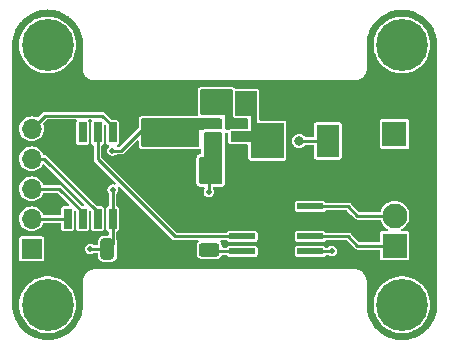
<source format=gbr>
%TF.GenerationSoftware,KiCad,Pcbnew,7.0.2-0*%
%TF.CreationDate,2023-04-20T17:34:09-07:00*%
%TF.ProjectId,RagGuard_V1,52616747-7561-4726-945f-56312e6b6963,rev?*%
%TF.SameCoordinates,Original*%
%TF.FileFunction,Copper,L1,Top*%
%TF.FilePolarity,Positive*%
%FSLAX46Y46*%
G04 Gerber Fmt 4.6, Leading zero omitted, Abs format (unit mm)*
G04 Created by KiCad (PCBNEW 7.0.2-0) date 2023-04-20 17:34:09*
%MOMM*%
%LPD*%
G01*
G04 APERTURE LIST*
G04 Aperture macros list*
%AMRoundRect*
0 Rectangle with rounded corners*
0 $1 Rounding radius*
0 $2 $3 $4 $5 $6 $7 $8 $9 X,Y pos of 4 corners*
0 Add a 4 corners polygon primitive as box body*
4,1,4,$2,$3,$4,$5,$6,$7,$8,$9,$2,$3,0*
0 Add four circle primitives for the rounded corners*
1,1,$1+$1,$2,$3*
1,1,$1+$1,$4,$5*
1,1,$1+$1,$6,$7*
1,1,$1+$1,$8,$9*
0 Add four rect primitives between the rounded corners*
20,1,$1+$1,$2,$3,$4,$5,0*
20,1,$1+$1,$4,$5,$6,$7,0*
20,1,$1+$1,$6,$7,$8,$9,0*
20,1,$1+$1,$8,$9,$2,$3,0*%
G04 Aperture macros list end*
%TA.AperFunction,SMDPad,CuDef*%
%ADD10RoundRect,0.250000X-0.650000X0.325000X-0.650000X-0.325000X0.650000X-0.325000X0.650000X0.325000X0*%
%TD*%
%TA.AperFunction,SMDPad,CuDef*%
%ADD11RoundRect,0.250000X-0.325000X-0.650000X0.325000X-0.650000X0.325000X0.650000X-0.325000X0.650000X0*%
%TD*%
%TA.AperFunction,ComponentPad*%
%ADD12C,2.600000*%
%TD*%
%TA.AperFunction,ConnectorPad*%
%ADD13C,4.400000*%
%TD*%
%TA.AperFunction,SMDPad,CuDef*%
%ADD14R,1.903000X2.790000*%
%TD*%
%TA.AperFunction,SMDPad,CuDef*%
%ADD15RoundRect,0.250000X0.625000X-0.312500X0.625000X0.312500X-0.625000X0.312500X-0.625000X-0.312500X0*%
%TD*%
%TA.AperFunction,SMDPad,CuDef*%
%ADD16R,0.650000X1.700000*%
%TD*%
%TA.AperFunction,SMDPad,CuDef*%
%ADD17RoundRect,0.150000X-0.512500X-0.150000X0.512500X-0.150000X0.512500X0.150000X-0.512500X0.150000X0*%
%TD*%
%TA.AperFunction,ComponentPad*%
%ADD18R,2.100000X2.100000*%
%TD*%
%TA.AperFunction,ComponentPad*%
%ADD19C,2.100000*%
%TD*%
%TA.AperFunction,SMDPad,CuDef*%
%ADD20RoundRect,0.250000X0.325000X0.650000X-0.325000X0.650000X-0.325000X-0.650000X0.325000X-0.650000X0*%
%TD*%
%TA.AperFunction,SMDPad,CuDef*%
%ADD21R,2.200000X0.500000*%
%TD*%
%TA.AperFunction,ComponentPad*%
%ADD22C,0.630000*%
%TD*%
%TA.AperFunction,SMDPad,CuDef*%
%ADD23R,2.950000X4.900000*%
%TD*%
%TA.AperFunction,ComponentPad*%
%ADD24R,1.700000X1.700000*%
%TD*%
%TA.AperFunction,ComponentPad*%
%ADD25O,1.700000X1.700000*%
%TD*%
%TA.AperFunction,ViaPad*%
%ADD26C,0.500000*%
%TD*%
%TA.AperFunction,ViaPad*%
%ADD27C,0.800000*%
%TD*%
%TA.AperFunction,Conductor*%
%ADD28C,0.250000*%
%TD*%
G04 APERTURE END LIST*
D10*
%TO.P,C3,1*%
%TO.N,+5V*%
X194404667Y-132836316D03*
%TO.P,C3,2*%
%TO.N,GND*%
X194404667Y-135786316D03*
%TD*%
%TO.P,C4,1*%
%TO.N,+5V*%
X191904667Y-132836316D03*
%TO.P,C4,2*%
%TO.N,GND*%
X191904667Y-135786316D03*
%TD*%
D11*
%TO.P,C1,1*%
%TO.N,+12V*%
X196654667Y-136611316D03*
%TO.P,C1,2*%
%TO.N,GND*%
X199604667Y-136611316D03*
%TD*%
D12*
%TO.P,REF\u002A\u002A,1*%
%TO.N,N/C*%
X213000000Y-148000000D03*
D13*
X213000000Y-148000000D03*
%TD*%
D14*
%TO.P,L1,1*%
%TO.N,Net-(U2-SW)*%
X201878167Y-134111316D03*
%TO.P,L1,2*%
%TO.N,+5V*%
X206731167Y-134111316D03*
%TD*%
D15*
%TO.P,R1,1*%
%TO.N,Net-(U3-ILIM)*%
X196693720Y-143351816D03*
%TO.P,R1,2*%
%TO.N,GND*%
X196693720Y-140426816D03*
%TD*%
D16*
%TO.P,U1,1,~{RESET}/PB5*%
%TO.N,Net-(J4-Pin_5)*%
X188497667Y-133413316D03*
%TO.P,U1,2,XTAL1/PB3*%
%TO.N,MOTOR_CTRL*%
X187227667Y-133413316D03*
%TO.P,U1,3,XTAL2/PB4*%
%TO.N,unconnected-(U1-XTAL2{slash}PB4-Pad3)*%
X185957667Y-133413316D03*
%TO.P,U1,4,GND*%
%TO.N,GND*%
X184687667Y-133413316D03*
%TO.P,U1,5,AREF/PB0*%
%TO.N,Net-(J4-Pin_2)*%
X184687667Y-140713316D03*
%TO.P,U1,6,PB1*%
%TO.N,Net-(J4-Pin_3)*%
X185957667Y-140713316D03*
%TO.P,U1,7,PB2*%
%TO.N,Net-(J4-Pin_4)*%
X187227667Y-140713316D03*
%TO.P,U1,8,VCC*%
%TO.N,+5V*%
X188497667Y-140713316D03*
%TD*%
D17*
%TO.P,U2,1,FB*%
%TO.N,+5V*%
X197009667Y-132811316D03*
%TO.P,U2,2,EN*%
%TO.N,+12V*%
X197009667Y-133761316D03*
%TO.P,U2,3,IN*%
X197009667Y-134711316D03*
%TO.P,U2,4,GND*%
%TO.N,GND*%
X199284667Y-134711316D03*
%TO.P,U2,5,SW*%
%TO.N,Net-(U2-SW)*%
X199284667Y-133761316D03*
%TO.P,U2,6,BST*%
%TO.N,Net-(U2-BST)*%
X199284667Y-132811316D03*
%TD*%
D18*
%TO.P,J1,1,Pin_1*%
%TO.N,+12V*%
X212365644Y-133542264D03*
D19*
%TO.P,J1,2,Pin_2*%
%TO.N,GND*%
X212365644Y-131002264D03*
%TD*%
D20*
%TO.P,C5,1*%
%TO.N,+5V*%
X188067667Y-143267604D03*
%TO.P,C5,2*%
%TO.N,GND*%
X185117667Y-143267604D03*
%TD*%
D21*
%TO.P,U3,1,GND*%
%TO.N,GND*%
X199475000Y-139670981D03*
%TO.P,U3,2,IN2*%
X199475000Y-140940981D03*
%TO.P,U3,3,IN1*%
%TO.N,MOTOR_CTRL*%
X199475000Y-142210981D03*
%TO.P,U3,4,ILIM*%
%TO.N,Net-(U3-ILIM)*%
X199475000Y-143480981D03*
%TO.P,U3,5,VM*%
%TO.N,+12V*%
X205225000Y-143480981D03*
%TO.P,U3,6,OUT1*%
%TO.N,Net-(J2-Pin_1)*%
X205225000Y-142210981D03*
%TO.P,U3,7,GND*%
%TO.N,GND*%
X205225000Y-140940981D03*
%TO.P,U3,8,OUT2*%
%TO.N,Net-(J2-Pin_2)*%
X205225000Y-139670981D03*
D22*
%TO.P,U3,9,GND*%
%TO.N,GND*%
X201700000Y-140275981D03*
X201700000Y-141575981D03*
X201700000Y-142875981D03*
D23*
X202350000Y-141575981D03*
D22*
X203000000Y-140275981D03*
X203000000Y-141575981D03*
X203000000Y-142875981D03*
%TD*%
D12*
%TO.P,REF\u002A\u002A,1*%
%TO.N,N/C*%
X183000000Y-126000000D03*
D13*
X183000000Y-126000000D03*
%TD*%
D12*
%TO.P,REF\u002A\u002A,1*%
%TO.N,N/C*%
X183000000Y-148000000D03*
D13*
X183000000Y-148000000D03*
%TD*%
D20*
%TO.P,C2,1*%
%TO.N,Net-(U2-SW)*%
X199679667Y-130911316D03*
%TO.P,C2,2*%
%TO.N,Net-(U2-BST)*%
X196729667Y-130911316D03*
%TD*%
D12*
%TO.P,REF\u002A\u002A,1*%
%TO.N,N/C*%
X213000000Y-126000000D03*
D13*
X213000000Y-126000000D03*
%TD*%
D18*
%TO.P,J2,1,Pin_1*%
%TO.N,Net-(J2-Pin_1)*%
X212382475Y-143000000D03*
D19*
%TO.P,J2,2,Pin_2*%
%TO.N,Net-(J2-Pin_2)*%
X212382475Y-140460000D03*
%TD*%
D24*
%TO.P,J4,1,Pin_1*%
%TO.N,+5V*%
X181640422Y-143263047D03*
D25*
%TO.P,J4,2,Pin_2*%
%TO.N,Net-(J4-Pin_2)*%
X181640422Y-140723047D03*
%TO.P,J4,3,Pin_3*%
%TO.N,Net-(J4-Pin_3)*%
X181640422Y-138183047D03*
%TO.P,J4,4,Pin_4*%
%TO.N,Net-(J4-Pin_4)*%
X181640422Y-135643047D03*
%TO.P,J4,5,Pin_5*%
%TO.N,Net-(J4-Pin_5)*%
X181640422Y-133103047D03*
%TO.P,J4,6,Pin_6*%
%TO.N,GND*%
X181640422Y-130563047D03*
%TD*%
D26*
%TO.N,+12V*%
X196654667Y-138442721D03*
X207063296Y-143457739D03*
%TO.N,GND*%
X200804667Y-136261316D03*
X200804667Y-137211316D03*
X198554667Y-137311316D03*
X199454667Y-135411316D03*
X198254667Y-136411316D03*
X198554667Y-135561316D03*
X198254667Y-134711316D03*
D27*
%TO.N,+5V*%
X204304667Y-134111316D03*
D26*
X188491177Y-134945884D03*
D27*
X194454667Y-134061316D03*
D26*
X186592667Y-143267604D03*
X188516233Y-138248416D03*
%TD*%
D28*
%TO.N,+12V*%
X207063296Y-143457739D02*
X207040054Y-143480981D01*
X207040054Y-143480981D02*
X205225000Y-143480981D01*
X196654667Y-136611316D02*
X196654667Y-138442721D01*
%TO.N,+5V*%
X188497667Y-140713316D02*
X188497667Y-138266982D01*
X188497667Y-138266982D02*
X188516233Y-138248416D01*
X188491177Y-134945884D02*
X189218099Y-134945884D01*
X188497667Y-142837604D02*
X188497667Y-140713316D01*
X191327667Y-132836316D02*
X191904667Y-132836316D01*
X189218099Y-134945884D02*
X191327667Y-132836316D01*
X204304667Y-134111316D02*
X206731167Y-134111316D01*
X186592667Y-143267604D02*
X188067667Y-143267604D01*
X188067667Y-143267604D02*
X188497667Y-142837604D01*
%TO.N,Net-(J2-Pin_1)*%
X208445385Y-142210981D02*
X209234404Y-143000000D01*
X205225000Y-142210981D02*
X208445385Y-142210981D01*
X209234404Y-143000000D02*
X212382475Y-143000000D01*
%TO.N,Net-(J2-Pin_2)*%
X209234404Y-140460000D02*
X208445385Y-139670981D01*
X208445385Y-139670981D02*
X205225000Y-139670981D01*
X209234404Y-140460000D02*
X212382475Y-140460000D01*
%TO.N,Net-(J4-Pin_2)*%
X184687667Y-140713316D02*
X181650153Y-140713316D01*
X181650153Y-140713316D02*
X181640422Y-140723047D01*
%TO.N,Net-(J4-Pin_3)*%
X185957667Y-140188316D02*
X183952398Y-138183047D01*
X185957667Y-140713316D02*
X185957667Y-140188316D01*
X183952398Y-138183047D02*
X181640422Y-138183047D01*
%TO.N,Net-(J4-Pin_4)*%
X182682398Y-135643047D02*
X181640422Y-135643047D01*
X187227667Y-140188316D02*
X182682398Y-135643047D01*
X187227667Y-140713316D02*
X187227667Y-140188316D01*
%TO.N,Net-(J4-Pin_5)*%
X188497667Y-133413316D02*
X188497667Y-132888316D01*
X188497667Y-132888316D02*
X187592667Y-131983316D01*
X182760153Y-131983316D02*
X181640422Y-133103047D01*
X187592667Y-131983316D02*
X182760153Y-131983316D01*
%TO.N,Net-(U3-ILIM)*%
X196693720Y-143351816D02*
X196822885Y-143480981D01*
X196822885Y-143480981D02*
X199475000Y-143480981D01*
%TO.N,MOTOR_CTRL*%
X187227667Y-135666316D02*
X193772332Y-142210981D01*
X193772332Y-142210981D02*
X199475000Y-142210981D01*
X187227667Y-133413316D02*
X187227667Y-135666316D01*
%TD*%
%TA.AperFunction,Conductor*%
%TO.N,Net-(U2-BST)*%
G36*
X198649722Y-129781001D02*
G01*
X198695477Y-129833805D01*
X198705421Y-129902963D01*
X198704304Y-129909483D01*
X198699167Y-129935316D01*
X198699167Y-129935318D01*
X198699167Y-131987316D01*
X198714806Y-132065952D01*
X198721835Y-132082922D01*
X198758470Y-132141225D01*
X198833060Y-132194147D01*
X198850030Y-132201176D01*
X198928666Y-132216816D01*
X198928667Y-132216816D01*
X199875167Y-132216816D01*
X199942206Y-132236501D01*
X199987961Y-132289305D01*
X199999167Y-132340816D01*
X199999167Y-132981816D01*
X199979482Y-133048855D01*
X199926678Y-133094610D01*
X199875167Y-133105816D01*
X199835597Y-133105816D01*
X199833351Y-133105877D01*
X199824021Y-133106235D01*
X199819536Y-133106316D01*
X198749798Y-133106316D01*
X198745313Y-133106235D01*
X198733737Y-133105816D01*
X198731498Y-133105796D01*
X198528672Y-133105814D01*
X198450030Y-133121455D01*
X198433060Y-133128484D01*
X198358205Y-133175520D01*
X198324203Y-133202354D01*
X198277919Y-133211316D01*
X198178667Y-133211316D01*
X198111628Y-133191631D01*
X198065873Y-133138827D01*
X198054667Y-133087316D01*
X198054667Y-131911316D01*
X196028667Y-131911316D01*
X195961628Y-131891631D01*
X195915873Y-131838827D01*
X195904667Y-131787316D01*
X195904667Y-129885316D01*
X195924352Y-129818277D01*
X195977156Y-129772522D01*
X196028667Y-129761316D01*
X198582683Y-129761316D01*
X198649722Y-129781001D01*
G37*
%TD.AperFunction*%
%TD*%
%TA.AperFunction,Conductor*%
%TO.N,+5V*%
G36*
X197697706Y-132231001D02*
G01*
X197743461Y-132283805D01*
X197754667Y-132335316D01*
X197754667Y-132981816D01*
X197734982Y-133048855D01*
X197682178Y-133094610D01*
X197630667Y-133105816D01*
X197566594Y-133105816D01*
X197564174Y-133105888D01*
X197556333Y-133106219D01*
X197551467Y-133106315D01*
X196467891Y-133106315D01*
X196463030Y-133106220D01*
X196452733Y-133105816D01*
X196450310Y-133105792D01*
X196381997Y-133105814D01*
X196381960Y-133105816D01*
X196378667Y-133105816D01*
X196375387Y-133106168D01*
X196375379Y-133106169D01*
X196327654Y-133111300D01*
X196327649Y-133111300D01*
X196324354Y-133111655D01*
X196321113Y-133112359D01*
X196321107Y-133112361D01*
X196274448Y-133122511D01*
X196274418Y-133122518D01*
X196272843Y-133122861D01*
X196271280Y-133123289D01*
X196271267Y-133123293D01*
X196254163Y-133127985D01*
X196246469Y-133130097D01*
X196246468Y-133130097D01*
X196246466Y-133130098D01*
X196159841Y-133179425D01*
X196157990Y-133181030D01*
X196153111Y-133183257D01*
X196149225Y-133185471D01*
X196149026Y-133185123D01*
X196094434Y-133210054D01*
X196076788Y-133211316D01*
X195854667Y-133211316D01*
X195854667Y-134487316D01*
X195834982Y-134554355D01*
X195782178Y-134600110D01*
X195730667Y-134611316D01*
X191028667Y-134611316D01*
X190961628Y-134591631D01*
X190915873Y-134538827D01*
X190904667Y-134487316D01*
X190904667Y-132335316D01*
X190924352Y-132268277D01*
X190977156Y-132222522D01*
X191028667Y-132211316D01*
X197630667Y-132211316D01*
X197697706Y-132231001D01*
G37*
%TD.AperFunction*%
%TD*%
%TA.AperFunction,Conductor*%
%TO.N,+12V*%
G36*
X196459086Y-133361815D02*
G01*
X196465642Y-133361815D01*
X196465648Y-133361816D01*
X197553685Y-133361815D01*
X197560251Y-133361815D01*
X197566594Y-133361316D01*
X197630667Y-133361316D01*
X197697706Y-133381001D01*
X197743461Y-133433805D01*
X197754667Y-133485316D01*
X197754667Y-134663170D01*
X197753405Y-134680816D01*
X197749020Y-134711315D01*
X197753405Y-134741814D01*
X197754667Y-134759461D01*
X197754667Y-136363170D01*
X197753405Y-136380816D01*
X197749020Y-136411315D01*
X197753405Y-136441814D01*
X197754667Y-136459461D01*
X197754667Y-137637316D01*
X197734982Y-137704355D01*
X197682178Y-137750110D01*
X197630667Y-137761316D01*
X195978667Y-137761316D01*
X195911628Y-137741631D01*
X195865873Y-137688827D01*
X195854667Y-137637316D01*
X195854667Y-135585316D01*
X195874352Y-135518277D01*
X195927156Y-135472522D01*
X195978667Y-135461316D01*
X196254667Y-135461316D01*
X196254667Y-133485316D01*
X196274352Y-133418277D01*
X196327156Y-133372522D01*
X196378667Y-133361316D01*
X196452733Y-133361316D01*
X196459086Y-133361815D01*
G37*
%TD.AperFunction*%
%TD*%
%TA.AperFunction,Conductor*%
%TO.N,Net-(U2-SW)*%
G36*
X200697638Y-129918345D02*
G01*
X200704667Y-129935315D01*
X200704667Y-132611316D01*
X202980667Y-132611316D01*
X202997638Y-132618345D01*
X203004667Y-132635316D01*
X203004667Y-135587316D01*
X202997638Y-135604287D01*
X202980667Y-135611316D01*
X200228667Y-135611316D01*
X200211696Y-135604287D01*
X200204667Y-135587316D01*
X200204667Y-134211317D01*
X200204667Y-134211316D01*
X200204666Y-134211316D01*
X199835597Y-134211316D01*
X199832136Y-134211065D01*
X199830427Y-134210816D01*
X198738907Y-134210816D01*
X198737198Y-134211065D01*
X198733737Y-134211316D01*
X198528667Y-134211316D01*
X198511696Y-134204287D01*
X198504667Y-134187316D01*
X198504667Y-133335316D01*
X198511696Y-133318345D01*
X198528667Y-133311316D01*
X198733737Y-133311316D01*
X198737198Y-133311567D01*
X198738907Y-133311816D01*
X199830427Y-133311816D01*
X199832136Y-133311567D01*
X199835597Y-133311316D01*
X200204666Y-133311316D01*
X200204667Y-133311316D01*
X200204667Y-132011316D01*
X198928667Y-132011316D01*
X198911696Y-132004287D01*
X198904667Y-131987316D01*
X198904667Y-129935316D01*
X198911696Y-129918345D01*
X198928667Y-129911316D01*
X200680667Y-129911316D01*
X200697638Y-129918345D01*
G37*
%TD.AperFunction*%
%TD*%
%TA.AperFunction,Conductor*%
%TO.N,GND*%
G36*
X183133613Y-123007502D02*
G01*
X183315157Y-123017698D01*
X183325065Y-123018758D01*
X183475647Y-123042608D01*
X183636491Y-123069936D01*
X183645474Y-123071898D01*
X183796693Y-123112418D01*
X183950213Y-123156646D01*
X183958244Y-123159339D01*
X184104991Y-123215670D01*
X184107376Y-123216622D01*
X184246493Y-123274246D01*
X184252662Y-123276801D01*
X184259722Y-123280056D01*
X184400438Y-123351755D01*
X184403372Y-123353312D01*
X184540334Y-123429008D01*
X184546329Y-123432605D01*
X184679181Y-123518881D01*
X184682504Y-123521137D01*
X184784673Y-123593630D01*
X184809788Y-123611450D01*
X184814798Y-123615249D01*
X184934862Y-123712475D01*
X184938050Y-123715056D01*
X184941715Y-123718175D01*
X185057931Y-123822032D01*
X185061967Y-123825847D01*
X185174151Y-123938031D01*
X185177966Y-123942067D01*
X185281823Y-124058283D01*
X185284942Y-124061948D01*
X185384746Y-124185196D01*
X185388548Y-124190210D01*
X185478846Y-124317472D01*
X185481134Y-124320842D01*
X185567382Y-124453652D01*
X185571001Y-124459683D01*
X185646681Y-124596617D01*
X185648243Y-124599560D01*
X185719942Y-124740276D01*
X185723197Y-124747336D01*
X185783376Y-124892622D01*
X185784337Y-124895029D01*
X185840653Y-125041738D01*
X185843359Y-125049809D01*
X185887579Y-125203297D01*
X185928096Y-125354509D01*
X185930067Y-125363537D01*
X185957394Y-125524368D01*
X185981239Y-125674921D01*
X185982301Y-125684853D01*
X185992509Y-125866617D01*
X185999364Y-125997405D01*
X185999500Y-126002586D01*
X185999500Y-127955685D01*
X185996534Y-127964812D01*
X185999023Y-127990081D01*
X185999500Y-127999785D01*
X185999499Y-128087531D01*
X186014541Y-128172837D01*
X186013883Y-128177518D01*
X186015700Y-128183508D01*
X186018458Y-128195054D01*
X186029899Y-128259940D01*
X186065785Y-128358535D01*
X186065964Y-128363687D01*
X186067964Y-128367427D01*
X186073683Y-128380234D01*
X186089773Y-128424441D01*
X186149601Y-128528066D01*
X186150873Y-128534054D01*
X186153094Y-128536760D01*
X186162300Y-128550060D01*
X186177308Y-128576055D01*
X186177309Y-128576057D01*
X186178028Y-128577301D01*
X186184188Y-128586413D01*
X186184209Y-128586422D01*
X186195839Y-128598141D01*
X186262929Y-128678096D01*
X186265601Y-128684709D01*
X186267728Y-128686455D01*
X186280763Y-128699349D01*
X186289836Y-128710162D01*
X186300650Y-128719236D01*
X186310247Y-128728938D01*
X186321902Y-128737069D01*
X186401857Y-128804159D01*
X186406129Y-128810995D01*
X186407729Y-128811851D01*
X186422700Y-128821973D01*
X186423944Y-128822691D01*
X186423945Y-128822692D01*
X186449939Y-128837699D01*
X186461170Y-128845473D01*
X186471932Y-128850398D01*
X186575555Y-128910225D01*
X186619766Y-128926317D01*
X186632138Y-128931841D01*
X186641459Y-128934212D01*
X186740062Y-128970101D01*
X186804960Y-128981544D01*
X186816503Y-128984302D01*
X186818287Y-128984843D01*
X186827155Y-128985457D01*
X186912468Y-129000500D01*
X187000223Y-129000500D01*
X187009926Y-129000977D01*
X187025886Y-129002548D01*
X187044313Y-129000500D01*
X208955686Y-129000500D01*
X208964811Y-129003464D01*
X208990073Y-129000977D01*
X208999776Y-129000500D01*
X209087530Y-129000500D01*
X209087532Y-129000500D01*
X209172838Y-128985458D01*
X209177515Y-128986115D01*
X209183495Y-128984302D01*
X209195045Y-128981543D01*
X209259938Y-128970101D01*
X209259937Y-128970100D01*
X209358536Y-128934213D01*
X209363683Y-128934034D01*
X209367416Y-128932039D01*
X209380218Y-128926322D01*
X209424445Y-128910225D01*
X209528068Y-128850397D01*
X209534055Y-128849124D01*
X209536755Y-128846909D01*
X209550062Y-128837699D01*
X209576055Y-128822692D01*
X209576059Y-128822688D01*
X209577300Y-128821972D01*
X209586419Y-128815807D01*
X209586429Y-128815783D01*
X209598142Y-128804159D01*
X209644022Y-128765661D01*
X209678097Y-128737069D01*
X209684709Y-128734397D01*
X209686451Y-128732275D01*
X209699343Y-128719241D01*
X209710163Y-128710163D01*
X209719241Y-128699343D01*
X209728932Y-128689757D01*
X209737064Y-128678102D01*
X209804158Y-128598142D01*
X209810994Y-128593870D01*
X209811848Y-128592274D01*
X209821972Y-128577300D01*
X209822688Y-128576059D01*
X209822692Y-128576055D01*
X209837700Y-128550060D01*
X209845466Y-128538838D01*
X209850392Y-128528076D01*
X209910225Y-128424445D01*
X209926322Y-128380218D01*
X209931838Y-128367865D01*
X209934214Y-128358535D01*
X209970101Y-128259938D01*
X209981543Y-128195043D01*
X209984302Y-128183495D01*
X209984841Y-128181717D01*
X209985457Y-128172846D01*
X210000500Y-128087532D01*
X210000500Y-128000000D01*
X210000500Y-127999775D01*
X210000977Y-127990071D01*
X210002547Y-127974121D01*
X210000500Y-127955685D01*
X210000500Y-126002773D01*
X210000578Y-126000000D01*
X210594754Y-126000000D01*
X210613720Y-126301457D01*
X210614302Y-126304511D01*
X210614304Y-126304522D01*
X210669736Y-126595106D01*
X210670319Y-126598160D01*
X210671276Y-126601106D01*
X210671277Y-126601109D01*
X210762696Y-126882468D01*
X210762699Y-126882476D01*
X210763659Y-126885430D01*
X210892267Y-127158736D01*
X211054115Y-127413768D01*
X211056100Y-127416167D01*
X211244669Y-127644109D01*
X211244674Y-127644115D01*
X211246651Y-127646504D01*
X211466838Y-127853274D01*
X211469357Y-127855104D01*
X211633170Y-127974121D01*
X211711205Y-128030816D01*
X211975896Y-128176332D01*
X212256738Y-128287525D01*
X212549302Y-128362642D01*
X212848973Y-128400500D01*
X212852078Y-128400500D01*
X213147922Y-128400500D01*
X213151027Y-128400500D01*
X213450698Y-128362642D01*
X213743262Y-128287525D01*
X214024104Y-128176332D01*
X214288795Y-128030816D01*
X214533162Y-127853274D01*
X214753349Y-127646504D01*
X214945885Y-127413768D01*
X215107733Y-127158736D01*
X215236341Y-126885430D01*
X215329681Y-126598160D01*
X215386280Y-126301457D01*
X215405246Y-126000000D01*
X215386280Y-125698543D01*
X215329681Y-125401840D01*
X215236341Y-125114570D01*
X215107733Y-124841264D01*
X214945885Y-124586232D01*
X214774242Y-124378751D01*
X214755330Y-124355890D01*
X214755325Y-124355885D01*
X214753349Y-124353496D01*
X214579468Y-124190210D01*
X214535435Y-124148860D01*
X214535430Y-124148856D01*
X214533162Y-124146726D01*
X214509923Y-124129842D01*
X214291309Y-123971010D01*
X214291303Y-123971006D01*
X214288795Y-123969184D01*
X214232128Y-123938031D01*
X214072591Y-123850324D01*
X214024104Y-123823668D01*
X214021223Y-123822527D01*
X214021216Y-123822524D01*
X213808915Y-123738469D01*
X213743262Y-123712475D01*
X213740259Y-123711704D01*
X213740253Y-123711702D01*
X213453705Y-123638130D01*
X213453704Y-123638129D01*
X213450698Y-123637358D01*
X213447617Y-123636968D01*
X213447613Y-123636968D01*
X213154110Y-123599889D01*
X213154102Y-123599888D01*
X213151027Y-123599500D01*
X212848973Y-123599500D01*
X212845898Y-123599888D01*
X212845889Y-123599889D01*
X212552386Y-123636968D01*
X212552379Y-123636969D01*
X212549302Y-123637358D01*
X212546298Y-123638129D01*
X212546294Y-123638130D01*
X212259746Y-123711702D01*
X212259735Y-123711705D01*
X212256738Y-123712475D01*
X212253851Y-123713617D01*
X212253848Y-123713619D01*
X211978783Y-123822524D01*
X211978770Y-123822530D01*
X211975896Y-123823668D01*
X211973179Y-123825161D01*
X211973174Y-123825164D01*
X211713932Y-123967684D01*
X211713922Y-123967690D01*
X211711205Y-123969184D01*
X211708703Y-123971001D01*
X211708690Y-123971010D01*
X211469357Y-124144895D01*
X211469348Y-124144901D01*
X211466838Y-124146726D01*
X211464576Y-124148849D01*
X211464564Y-124148860D01*
X211284940Y-124317540D01*
X211246651Y-124353496D01*
X211244681Y-124355876D01*
X211244669Y-124355890D01*
X211056100Y-124583832D01*
X211054115Y-124586232D01*
X211052449Y-124588856D01*
X211052444Y-124588864D01*
X210893935Y-124838634D01*
X210893928Y-124838646D01*
X210892267Y-124841264D01*
X210890944Y-124844074D01*
X210890942Y-124844079D01*
X210794151Y-125049772D01*
X210763659Y-125114570D01*
X210762701Y-125117518D01*
X210762696Y-125117531D01*
X210671277Y-125398890D01*
X210671275Y-125398897D01*
X210670319Y-125401840D01*
X210669738Y-125404883D01*
X210669736Y-125404893D01*
X210614304Y-125695477D01*
X210614302Y-125695490D01*
X210613720Y-125698543D01*
X210594754Y-126000000D01*
X210000578Y-126000000D01*
X210000656Y-125997222D01*
X210013965Y-125760230D01*
X210019349Y-125667791D01*
X210020576Y-125657001D01*
X210052965Y-125466374D01*
X210077009Y-125330015D01*
X210079372Y-125319815D01*
X210130405Y-125142675D01*
X210172812Y-125001029D01*
X210176175Y-124991574D01*
X210245302Y-124824687D01*
X210305495Y-124685145D01*
X210309721Y-124676531D01*
X210396183Y-124520090D01*
X210473316Y-124386496D01*
X210478264Y-124378781D01*
X210580413Y-124234815D01*
X210581597Y-124233187D01*
X210674073Y-124108970D01*
X210679618Y-124102177D01*
X210796632Y-123971239D01*
X210798276Y-123969449D01*
X210905131Y-123856188D01*
X210911158Y-123850324D01*
X211041519Y-123733826D01*
X211043801Y-123731848D01*
X211163486Y-123631421D01*
X211169803Y-123626541D01*
X211312100Y-123525577D01*
X211314881Y-123523677D01*
X211445770Y-123437591D01*
X211452236Y-123433685D01*
X211604631Y-123349459D01*
X211607960Y-123347704D01*
X211748304Y-123277221D01*
X211754777Y-123274260D01*
X211915398Y-123207728D01*
X211919350Y-123206192D01*
X212067052Y-123152432D01*
X212073450Y-123150348D01*
X212240383Y-123102256D01*
X212244839Y-123101086D01*
X212397987Y-123064790D01*
X212404158Y-123063536D01*
X212575267Y-123034464D01*
X212580263Y-123033747D01*
X212736667Y-123015466D01*
X212742578Y-123014956D01*
X212915738Y-123005231D01*
X212921289Y-123005076D01*
X213078711Y-123005076D01*
X213084261Y-123005231D01*
X213257415Y-123014955D01*
X213263338Y-123015467D01*
X213419725Y-123033746D01*
X213424743Y-123034465D01*
X213595829Y-123063534D01*
X213602024Y-123064792D01*
X213755140Y-123101081D01*
X213759637Y-123102262D01*
X213926532Y-123150343D01*
X213932964Y-123152438D01*
X214080617Y-123206180D01*
X214084628Y-123207740D01*
X214245201Y-123274251D01*
X214251716Y-123277231D01*
X214391997Y-123347683D01*
X214395410Y-123349482D01*
X214402290Y-123353285D01*
X214547744Y-123433675D01*
X214554257Y-123437609D01*
X214685064Y-123523642D01*
X214687951Y-123525614D01*
X214830179Y-123626530D01*
X214836527Y-123631433D01*
X214956147Y-123731806D01*
X214958479Y-123733826D01*
X215088840Y-123850324D01*
X215094882Y-123856204D01*
X215201640Y-123969360D01*
X215203440Y-123971321D01*
X215226815Y-123997477D01*
X215320357Y-124102150D01*
X215325948Y-124108999D01*
X215418327Y-124233086D01*
X215419658Y-124234917D01*
X215521713Y-124378751D01*
X215526708Y-124386539D01*
X215603842Y-124520138D01*
X215690273Y-124676523D01*
X215694516Y-124685173D01*
X215754706Y-124824711D01*
X215823817Y-124991558D01*
X215827192Y-125001045D01*
X215869604Y-125142709D01*
X215920627Y-125319815D01*
X215922991Y-125330027D01*
X215947047Y-125466451D01*
X215979419Y-125656982D01*
X215980651Y-125667808D01*
X215986034Y-125760230D01*
X215999343Y-125997222D01*
X215999499Y-126002773D01*
X215999499Y-129019589D01*
X215999500Y-129019594D01*
X215999500Y-147997412D01*
X215999364Y-148002594D01*
X215992509Y-148133382D01*
X215982301Y-148315144D01*
X215981238Y-148325078D01*
X215957394Y-148475629D01*
X215930069Y-148636457D01*
X215928095Y-148645493D01*
X215887579Y-148796702D01*
X215843358Y-148950194D01*
X215840655Y-148958255D01*
X215784337Y-149104969D01*
X215783376Y-149107376D01*
X215723197Y-149252662D01*
X215719942Y-149259722D01*
X215648243Y-149400438D01*
X215646681Y-149403381D01*
X215571001Y-149540315D01*
X215567382Y-149546346D01*
X215481134Y-149679156D01*
X215478846Y-149682526D01*
X215388548Y-149809788D01*
X215384746Y-149814802D01*
X215284942Y-149938050D01*
X215281823Y-149941715D01*
X215177966Y-150057931D01*
X215174151Y-150061967D01*
X215061967Y-150174151D01*
X215057931Y-150177966D01*
X214941715Y-150281823D01*
X214938050Y-150284942D01*
X214814802Y-150384746D01*
X214809788Y-150388548D01*
X214682526Y-150478846D01*
X214679156Y-150481134D01*
X214546346Y-150567382D01*
X214540315Y-150571001D01*
X214403381Y-150646681D01*
X214400438Y-150648243D01*
X214259722Y-150719942D01*
X214252662Y-150723197D01*
X214107376Y-150783376D01*
X214104969Y-150784337D01*
X213958260Y-150840653D01*
X213950189Y-150843359D01*
X213796702Y-150887579D01*
X213645489Y-150928096D01*
X213636461Y-150930067D01*
X213475631Y-150957394D01*
X213325077Y-150981239D01*
X213315145Y-150982301D01*
X213133382Y-150992509D01*
X213005181Y-150999228D01*
X212994819Y-150999228D01*
X212866618Y-150992509D01*
X212684854Y-150982301D01*
X212674919Y-150981238D01*
X212524369Y-150957394D01*
X212393741Y-150935200D01*
X212363536Y-150930068D01*
X212354505Y-150928095D01*
X212203297Y-150887579D01*
X212049804Y-150843358D01*
X212041743Y-150840655D01*
X211895029Y-150784337D01*
X211892622Y-150783376D01*
X211747336Y-150723197D01*
X211740276Y-150719942D01*
X211599560Y-150648243D01*
X211596617Y-150646681D01*
X211459683Y-150571001D01*
X211453652Y-150567382D01*
X211445963Y-150562389D01*
X211320840Y-150481132D01*
X211317472Y-150478846D01*
X211311183Y-150474384D01*
X211287286Y-150457427D01*
X211190210Y-150388548D01*
X211185196Y-150384746D01*
X211061948Y-150284942D01*
X211058283Y-150281823D01*
X210942067Y-150177966D01*
X210938031Y-150174151D01*
X210825847Y-150061967D01*
X210822032Y-150057931D01*
X210799140Y-150032315D01*
X210718169Y-149941708D01*
X210715056Y-149938050D01*
X210660078Y-149870158D01*
X210615249Y-149814798D01*
X210611450Y-149809788D01*
X210581028Y-149766912D01*
X210521137Y-149682504D01*
X210518881Y-149679181D01*
X210432605Y-149546329D01*
X210429008Y-149540334D01*
X210353312Y-149403372D01*
X210351755Y-149400438D01*
X210280056Y-149259722D01*
X210276801Y-149252662D01*
X210216622Y-149107376D01*
X210215661Y-149104969D01*
X210159342Y-148958251D01*
X210156639Y-148950189D01*
X210129875Y-148857290D01*
X210112414Y-148796679D01*
X210071903Y-148645490D01*
X210069931Y-148636460D01*
X210069930Y-148636457D01*
X210042601Y-148475606D01*
X210018756Y-148325050D01*
X210017698Y-148315161D01*
X210007490Y-148133382D01*
X210000635Y-148002594D01*
X210000567Y-148000000D01*
X210594754Y-148000000D01*
X210613720Y-148301457D01*
X210614302Y-148304511D01*
X210614304Y-148304522D01*
X210657993Y-148533547D01*
X210670319Y-148598160D01*
X210671276Y-148601106D01*
X210671277Y-148601109D01*
X210762696Y-148882468D01*
X210762699Y-148882476D01*
X210763659Y-148885430D01*
X210892267Y-149158736D01*
X210893932Y-149161360D01*
X210893935Y-149161365D01*
X211047523Y-149403381D01*
X211054115Y-149413768D01*
X211056100Y-149416167D01*
X211244669Y-149644109D01*
X211244674Y-149644115D01*
X211246651Y-149646504D01*
X211370772Y-149763062D01*
X211425869Y-149814802D01*
X211466838Y-149853274D01*
X211469357Y-149855104D01*
X211708248Y-150028668D01*
X211711205Y-150030816D01*
X211975896Y-150176332D01*
X212256738Y-150287525D01*
X212549302Y-150362642D01*
X212848973Y-150400500D01*
X212852078Y-150400500D01*
X213147922Y-150400500D01*
X213151027Y-150400500D01*
X213450698Y-150362642D01*
X213743262Y-150287525D01*
X214024104Y-150176332D01*
X214288795Y-150030816D01*
X214533162Y-149853274D01*
X214753349Y-149646504D01*
X214945885Y-149413768D01*
X215107733Y-149158736D01*
X215236341Y-148885430D01*
X215329681Y-148598160D01*
X215386280Y-148301457D01*
X215405246Y-148000000D01*
X215386280Y-147698543D01*
X215329681Y-147401840D01*
X215236341Y-147114570D01*
X215107733Y-146841264D01*
X214945885Y-146586232D01*
X214846372Y-146465941D01*
X214755330Y-146355890D01*
X214755325Y-146355885D01*
X214753349Y-146353496D01*
X214617912Y-146226312D01*
X214535435Y-146148860D01*
X214535430Y-146148856D01*
X214533162Y-146146726D01*
X214344872Y-146009926D01*
X214291309Y-145971010D01*
X214291303Y-145971006D01*
X214288795Y-145969184D01*
X214024104Y-145823668D01*
X214021223Y-145822527D01*
X214021216Y-145822524D01*
X213746151Y-145713619D01*
X213746153Y-145713619D01*
X213743262Y-145712475D01*
X213740259Y-145711704D01*
X213740253Y-145711702D01*
X213453705Y-145638130D01*
X213453704Y-145638129D01*
X213450698Y-145637358D01*
X213447617Y-145636968D01*
X213447613Y-145636968D01*
X213154110Y-145599889D01*
X213154102Y-145599888D01*
X213151027Y-145599500D01*
X212848973Y-145599500D01*
X212845898Y-145599888D01*
X212845889Y-145599889D01*
X212552386Y-145636968D01*
X212552379Y-145636969D01*
X212549302Y-145637358D01*
X212546298Y-145638129D01*
X212546294Y-145638130D01*
X212259746Y-145711702D01*
X212259735Y-145711705D01*
X212256738Y-145712475D01*
X212253851Y-145713617D01*
X212253848Y-145713619D01*
X211978783Y-145822524D01*
X211978770Y-145822530D01*
X211975896Y-145823668D01*
X211973179Y-145825161D01*
X211973174Y-145825164D01*
X211713932Y-145967684D01*
X211713922Y-145967690D01*
X211711205Y-145969184D01*
X211708703Y-145971001D01*
X211708690Y-145971010D01*
X211469357Y-146144895D01*
X211469348Y-146144901D01*
X211466838Y-146146726D01*
X211464576Y-146148849D01*
X211464564Y-146148860D01*
X211248918Y-146351367D01*
X211246651Y-146353496D01*
X211244681Y-146355876D01*
X211244669Y-146355890D01*
X211056100Y-146583832D01*
X211054115Y-146586232D01*
X211052449Y-146588856D01*
X211052444Y-146588864D01*
X210893935Y-146838634D01*
X210893928Y-146838646D01*
X210892267Y-146841264D01*
X210763659Y-147114570D01*
X210762701Y-147117518D01*
X210762696Y-147117531D01*
X210671277Y-147398890D01*
X210671275Y-147398897D01*
X210670319Y-147401840D01*
X210669738Y-147404883D01*
X210669736Y-147404893D01*
X210614304Y-147695477D01*
X210614302Y-147695490D01*
X210613720Y-147698543D01*
X210594754Y-148000000D01*
X210000567Y-148000000D01*
X210000500Y-147997414D01*
X210000500Y-146044313D01*
X210003464Y-146035187D01*
X210000977Y-146009926D01*
X210000500Y-146000223D01*
X210000500Y-145912468D01*
X210000500Y-145912466D01*
X209985458Y-145827159D01*
X209986115Y-145822481D01*
X209984302Y-145816503D01*
X209981544Y-145804960D01*
X209970101Y-145740062D01*
X209934212Y-145641461D01*
X209934033Y-145636311D01*
X209932036Y-145632575D01*
X209926317Y-145619766D01*
X209910225Y-145575555D01*
X209850398Y-145471932D01*
X209849125Y-145465944D01*
X209846906Y-145463240D01*
X209837697Y-145449935D01*
X209821973Y-145422700D01*
X209815802Y-145413573D01*
X209815772Y-145413561D01*
X209804159Y-145401857D01*
X209737069Y-145321902D01*
X209734396Y-145315288D01*
X209732271Y-145313544D01*
X209719236Y-145300650D01*
X209710162Y-145289836D01*
X209699349Y-145280763D01*
X209689758Y-145271067D01*
X209678096Y-145262929D01*
X209598141Y-145195839D01*
X209593869Y-145189002D01*
X209592268Y-145188147D01*
X209577301Y-145178028D01*
X209576057Y-145177309D01*
X209576055Y-145177308D01*
X209550060Y-145162300D01*
X209538836Y-145154531D01*
X209528066Y-145149601D01*
X209482282Y-145123167D01*
X209424445Y-145089775D01*
X209424443Y-145089774D01*
X209424441Y-145089773D01*
X209380234Y-145073683D01*
X209367876Y-145068164D01*
X209358535Y-145065785D01*
X209259940Y-145029899D01*
X209195054Y-145018458D01*
X209183508Y-145015700D01*
X209181720Y-145015157D01*
X209172837Y-145014541D01*
X209087532Y-144999500D01*
X209000099Y-144999500D01*
X208999786Y-144999500D01*
X208990082Y-144999023D01*
X208974118Y-144997450D01*
X208955686Y-144999500D01*
X187044313Y-144999500D01*
X187035185Y-144996534D01*
X187009917Y-144999023D01*
X187000213Y-144999500D01*
X186912467Y-144999500D01*
X186827160Y-145014541D01*
X186822477Y-145013882D01*
X186816486Y-145015700D01*
X186804944Y-145018458D01*
X186740063Y-145029898D01*
X186641463Y-145065786D01*
X186636309Y-145065965D01*
X186632565Y-145067967D01*
X186619762Y-145073684D01*
X186575554Y-145089775D01*
X186471930Y-145149602D01*
X186465943Y-145150874D01*
X186463235Y-145153097D01*
X186449933Y-145162303D01*
X186422698Y-145178027D01*
X186413582Y-145184190D01*
X186413572Y-145184215D01*
X186401858Y-145195840D01*
X186321901Y-145262931D01*
X186315287Y-145265603D01*
X186313540Y-145267732D01*
X186300654Y-145280759D01*
X186289836Y-145289836D01*
X186280759Y-145300654D01*
X186271064Y-145310243D01*
X186262931Y-145321901D01*
X186195840Y-145401858D01*
X186189000Y-145406131D01*
X186188143Y-145407736D01*
X186178027Y-145422698D01*
X186162303Y-145449933D01*
X186154528Y-145461166D01*
X186149602Y-145471930D01*
X186089775Y-145575554D01*
X186073684Y-145619762D01*
X186068162Y-145632127D01*
X186065786Y-145641463D01*
X186029898Y-145740063D01*
X186018458Y-145804944D01*
X186015700Y-145816486D01*
X186015156Y-145818279D01*
X186014541Y-145827160D01*
X185999500Y-145912466D01*
X185999500Y-146000213D01*
X185999023Y-146009917D01*
X185997450Y-146025880D01*
X185999500Y-146044313D01*
X185999499Y-147997226D01*
X185999343Y-148002777D01*
X185986034Y-148239769D01*
X185980650Y-148332191D01*
X185979419Y-148343016D01*
X185947047Y-148533547D01*
X185922991Y-148669971D01*
X185920626Y-148680183D01*
X185869604Y-148857290D01*
X185827192Y-148998953D01*
X185823816Y-149008440D01*
X185754706Y-149175288D01*
X185694516Y-149314825D01*
X185690262Y-149323495D01*
X185603844Y-149479858D01*
X185526706Y-149613465D01*
X185521716Y-149621243D01*
X185419658Y-149765081D01*
X185418327Y-149766912D01*
X185325948Y-149890999D01*
X185320357Y-149897848D01*
X185203449Y-150028668D01*
X185201640Y-150030638D01*
X185094882Y-150143794D01*
X185088840Y-150149674D01*
X184958479Y-150266172D01*
X184956147Y-150268192D01*
X184836527Y-150368565D01*
X184830179Y-150373468D01*
X184687951Y-150474384D01*
X184685064Y-150476356D01*
X184554257Y-150562389D01*
X184547744Y-150566323D01*
X184395420Y-150650510D01*
X184391963Y-150652333D01*
X184251735Y-150722758D01*
X184245189Y-150725752D01*
X184084628Y-150792258D01*
X184080603Y-150793823D01*
X183932974Y-150847556D01*
X183926521Y-150849658D01*
X183759675Y-150897726D01*
X183755099Y-150898927D01*
X183602049Y-150935200D01*
X183595801Y-150936469D01*
X183424779Y-150965527D01*
X183419689Y-150966257D01*
X183263346Y-150984530D01*
X183257405Y-150985043D01*
X183090326Y-150994427D01*
X183084260Y-150994768D01*
X183078711Y-150994924D01*
X182921289Y-150994924D01*
X182915739Y-150994768D01*
X182909232Y-150994402D01*
X182742593Y-150985043D01*
X182736652Y-150984530D01*
X182580309Y-150966257D01*
X182575219Y-150965527D01*
X182404197Y-150936469D01*
X182397949Y-150935200D01*
X182244899Y-150898927D01*
X182240323Y-150897726D01*
X182073477Y-150849658D01*
X182067024Y-150847556D01*
X181919395Y-150793823D01*
X181915370Y-150792258D01*
X181754809Y-150725752D01*
X181748263Y-150722758D01*
X181608035Y-150652333D01*
X181604578Y-150650510D01*
X181452254Y-150566323D01*
X181445741Y-150562389D01*
X181314934Y-150476356D01*
X181312047Y-150474384D01*
X181169819Y-150373468D01*
X181163471Y-150368565D01*
X181043851Y-150268192D01*
X181041519Y-150266172D01*
X180911158Y-150149674D01*
X180905116Y-150143794D01*
X180824108Y-150057931D01*
X180798345Y-150030623D01*
X180796549Y-150028668D01*
X180777236Y-150007057D01*
X180679637Y-149897843D01*
X180674056Y-149891006D01*
X180581659Y-149766895D01*
X180580340Y-149765081D01*
X180578907Y-149763062D01*
X180478282Y-149621243D01*
X180473290Y-149613459D01*
X180396164Y-149479873D01*
X180309717Y-149323459D01*
X180305488Y-149314838D01*
X180245293Y-149175288D01*
X180204480Y-149076759D01*
X180176176Y-149008427D01*
X180172808Y-148998958D01*
X180130394Y-148857286D01*
X180112940Y-148796702D01*
X180079367Y-148680170D01*
X180077008Y-148669976D01*
X180052952Y-148533547D01*
X180020577Y-148343000D01*
X180019348Y-148332204D01*
X180013965Y-148239768D01*
X180000656Y-148002777D01*
X180000578Y-148000000D01*
X180594754Y-148000000D01*
X180613720Y-148301457D01*
X180614302Y-148304511D01*
X180614304Y-148304522D01*
X180657993Y-148533547D01*
X180670319Y-148598160D01*
X180671276Y-148601106D01*
X180671277Y-148601109D01*
X180762696Y-148882468D01*
X180762699Y-148882476D01*
X180763659Y-148885430D01*
X180892267Y-149158736D01*
X180893932Y-149161360D01*
X180893935Y-149161365D01*
X181047523Y-149403381D01*
X181054115Y-149413768D01*
X181056100Y-149416167D01*
X181244669Y-149644109D01*
X181244674Y-149644115D01*
X181246651Y-149646504D01*
X181370772Y-149763062D01*
X181425869Y-149814802D01*
X181466838Y-149853274D01*
X181469357Y-149855104D01*
X181708248Y-150028668D01*
X181711205Y-150030816D01*
X181975896Y-150176332D01*
X182256738Y-150287525D01*
X182549302Y-150362642D01*
X182848973Y-150400500D01*
X182852078Y-150400500D01*
X183147922Y-150400500D01*
X183151027Y-150400500D01*
X183450698Y-150362642D01*
X183743262Y-150287525D01*
X184024104Y-150176332D01*
X184288795Y-150030816D01*
X184533162Y-149853274D01*
X184753349Y-149646504D01*
X184945885Y-149413768D01*
X185107733Y-149158736D01*
X185236341Y-148885430D01*
X185329681Y-148598160D01*
X185386280Y-148301457D01*
X185405246Y-148000000D01*
X185386280Y-147698543D01*
X185329681Y-147401840D01*
X185236341Y-147114570D01*
X185107733Y-146841264D01*
X184945885Y-146586232D01*
X184846372Y-146465941D01*
X184755330Y-146355890D01*
X184755325Y-146355885D01*
X184753349Y-146353496D01*
X184617912Y-146226312D01*
X184535435Y-146148860D01*
X184535430Y-146148856D01*
X184533162Y-146146726D01*
X184344872Y-146009926D01*
X184291309Y-145971010D01*
X184291303Y-145971006D01*
X184288795Y-145969184D01*
X184024104Y-145823668D01*
X184021223Y-145822527D01*
X184021216Y-145822524D01*
X183746151Y-145713619D01*
X183746153Y-145713619D01*
X183743262Y-145712475D01*
X183740259Y-145711704D01*
X183740253Y-145711702D01*
X183453705Y-145638130D01*
X183453704Y-145638129D01*
X183450698Y-145637358D01*
X183447617Y-145636968D01*
X183447613Y-145636968D01*
X183154110Y-145599889D01*
X183154102Y-145599888D01*
X183151027Y-145599500D01*
X182848973Y-145599500D01*
X182845898Y-145599888D01*
X182845889Y-145599889D01*
X182552386Y-145636968D01*
X182552379Y-145636969D01*
X182549302Y-145637358D01*
X182546298Y-145638129D01*
X182546294Y-145638130D01*
X182259746Y-145711702D01*
X182259735Y-145711705D01*
X182256738Y-145712475D01*
X182253851Y-145713617D01*
X182253848Y-145713619D01*
X181978783Y-145822524D01*
X181978770Y-145822530D01*
X181975896Y-145823668D01*
X181973179Y-145825161D01*
X181973174Y-145825164D01*
X181713932Y-145967684D01*
X181713922Y-145967690D01*
X181711205Y-145969184D01*
X181708703Y-145971001D01*
X181708690Y-145971010D01*
X181469357Y-146144895D01*
X181469348Y-146144901D01*
X181466838Y-146146726D01*
X181464576Y-146148849D01*
X181464564Y-146148860D01*
X181248918Y-146351367D01*
X181246651Y-146353496D01*
X181244681Y-146355876D01*
X181244669Y-146355890D01*
X181056100Y-146583832D01*
X181054115Y-146586232D01*
X181052449Y-146588856D01*
X181052444Y-146588864D01*
X180893935Y-146838634D01*
X180893928Y-146838646D01*
X180892267Y-146841264D01*
X180763659Y-147114570D01*
X180762701Y-147117518D01*
X180762696Y-147117531D01*
X180671277Y-147398890D01*
X180671275Y-147398897D01*
X180670319Y-147401840D01*
X180669738Y-147404883D01*
X180669736Y-147404893D01*
X180614304Y-147695477D01*
X180614302Y-147695490D01*
X180613720Y-147698543D01*
X180594754Y-148000000D01*
X180000578Y-148000000D01*
X180000500Y-147997226D01*
X180000500Y-144132793D01*
X180589922Y-144132793D01*
X180601555Y-144191278D01*
X180645869Y-144257599D01*
X180690184Y-144287209D01*
X180712191Y-144301914D01*
X180770674Y-144313547D01*
X180770675Y-144313547D01*
X182510169Y-144313547D01*
X182510170Y-144313547D01*
X182568653Y-144301914D01*
X182634974Y-144257599D01*
X182679289Y-144191278D01*
X182690922Y-144132795D01*
X182690922Y-142393299D01*
X182679289Y-142334816D01*
X182652988Y-142295454D01*
X182634974Y-142268494D01*
X182568653Y-142224180D01*
X182568653Y-142224179D01*
X182510170Y-142212547D01*
X180770674Y-142212547D01*
X180741432Y-142218363D01*
X180712190Y-142224180D01*
X180645869Y-142268494D01*
X180601555Y-142334815D01*
X180589922Y-142393300D01*
X180589922Y-144132793D01*
X180000500Y-144132793D01*
X180000500Y-140723047D01*
X180584838Y-140723047D01*
X180605121Y-140928980D01*
X180659190Y-141107223D01*
X180665190Y-141127001D01*
X180762737Y-141309497D01*
X180894012Y-141469457D01*
X181053972Y-141600732D01*
X181236468Y-141698279D01*
X181414168Y-141752183D01*
X181434488Y-141758347D01*
X181640421Y-141778630D01*
X181640421Y-141778629D01*
X181640422Y-141778630D01*
X181846356Y-141758347D01*
X182044376Y-141698279D01*
X182226872Y-141600732D01*
X182386832Y-141469457D01*
X182518107Y-141309497D01*
X182615654Y-141127001D01*
X182615655Y-141126998D01*
X182621091Y-141109079D01*
X182656075Y-141058882D01*
X182713883Y-141038835D01*
X182715828Y-141038816D01*
X184063167Y-141038816D01*
X184121358Y-141057723D01*
X184157322Y-141107223D01*
X184162167Y-141137815D01*
X184162167Y-141583064D01*
X184166034Y-141602504D01*
X184173800Y-141641547D01*
X184218114Y-141707868D01*
X184233305Y-141718018D01*
X184284436Y-141752183D01*
X184342919Y-141763816D01*
X184342920Y-141763816D01*
X185032414Y-141763816D01*
X185032415Y-141763816D01*
X185090898Y-141752183D01*
X185157219Y-141707868D01*
X185201534Y-141641547D01*
X185213167Y-141583064D01*
X185213167Y-140143149D01*
X185232074Y-140084959D01*
X185281574Y-140048995D01*
X185342760Y-140048995D01*
X185382169Y-140073145D01*
X185403169Y-140094144D01*
X185430948Y-140148660D01*
X185432167Y-140164149D01*
X185432167Y-141583064D01*
X185436034Y-141602504D01*
X185443800Y-141641547D01*
X185488114Y-141707868D01*
X185503305Y-141718018D01*
X185554436Y-141752183D01*
X185612919Y-141763816D01*
X185612920Y-141763816D01*
X186302414Y-141763816D01*
X186302415Y-141763816D01*
X186360898Y-141752183D01*
X186427219Y-141707868D01*
X186471534Y-141641547D01*
X186483167Y-141583064D01*
X186483167Y-140143150D01*
X186502074Y-140084959D01*
X186551574Y-140048995D01*
X186612760Y-140048995D01*
X186652171Y-140073146D01*
X186673171Y-140094146D01*
X186700948Y-140148663D01*
X186702167Y-140164149D01*
X186702167Y-141583064D01*
X186706034Y-141602504D01*
X186713800Y-141641547D01*
X186758114Y-141707868D01*
X186773305Y-141718018D01*
X186824436Y-141752183D01*
X186882919Y-141763816D01*
X186882920Y-141763816D01*
X187572414Y-141763816D01*
X187572415Y-141763816D01*
X187630898Y-141752183D01*
X187697219Y-141707868D01*
X187741534Y-141641547D01*
X187753167Y-141583064D01*
X187753167Y-139843568D01*
X187741534Y-139785085D01*
X187716630Y-139747814D01*
X187697219Y-139718763D01*
X187630898Y-139674449D01*
X187630897Y-139674448D01*
X187572415Y-139662816D01*
X187572414Y-139662816D01*
X187203501Y-139662816D01*
X187145310Y-139643909D01*
X187133497Y-139633820D01*
X182925666Y-135425989D01*
X182919832Y-135419621D01*
X182894852Y-135389852D01*
X182861192Y-135370417D01*
X182853912Y-135365779D01*
X182822083Y-135343493D01*
X182820623Y-135343102D01*
X182796750Y-135333213D01*
X182795443Y-135332459D01*
X182795441Y-135332458D01*
X182795440Y-135332458D01*
X182757176Y-135325710D01*
X182748748Y-135323842D01*
X182694344Y-135309265D01*
X182694911Y-135307145D01*
X182660617Y-135299227D01*
X182620477Y-135253049D01*
X182616869Y-135243100D01*
X182615653Y-135239091D01*
X182590453Y-135191946D01*
X182518107Y-135056597D01*
X182386832Y-134896637D01*
X182226872Y-134765362D01*
X182044376Y-134667815D01*
X182044375Y-134667814D01*
X182044374Y-134667814D01*
X181846355Y-134607746D01*
X181640422Y-134587463D01*
X181434488Y-134607746D01*
X181236469Y-134667814D01*
X181053971Y-134765362D01*
X180894012Y-134896637D01*
X180762737Y-135056596D01*
X180665189Y-135239094D01*
X180605121Y-135437113D01*
X180584838Y-135643046D01*
X180605121Y-135848980D01*
X180621734Y-135903745D01*
X180665190Y-136047001D01*
X180762737Y-136229497D01*
X180894012Y-136389457D01*
X181053972Y-136520732D01*
X181236468Y-136618279D01*
X181434488Y-136678347D01*
X181640422Y-136698630D01*
X181846356Y-136678347D01*
X182044376Y-136618279D01*
X182226872Y-136520732D01*
X182386832Y-136389457D01*
X182518107Y-136229497D01*
X182556342Y-136157963D01*
X182600446Y-136115559D01*
X182661054Y-136107176D01*
X182713655Y-136134630D01*
X186072837Y-139493812D01*
X186100614Y-139548329D01*
X186091043Y-139608761D01*
X186047778Y-139652026D01*
X186002833Y-139662816D01*
X185933501Y-139662816D01*
X185875310Y-139643909D01*
X185863497Y-139633820D01*
X184195666Y-137965989D01*
X184189832Y-137959621D01*
X184164852Y-137929852D01*
X184131192Y-137910417D01*
X184123912Y-137905779D01*
X184092083Y-137883493D01*
X184090623Y-137883102D01*
X184066750Y-137873213D01*
X184065443Y-137872459D01*
X184065441Y-137872458D01*
X184065440Y-137872458D01*
X184027176Y-137865710D01*
X184018748Y-137863842D01*
X183981205Y-137853782D01*
X183945728Y-137856886D01*
X183942491Y-137857170D01*
X183933864Y-137857547D01*
X182712876Y-137857547D01*
X182654685Y-137838640D01*
X182618721Y-137789140D01*
X182618138Y-137787282D01*
X182615654Y-137779092D01*
X182518106Y-137596596D01*
X182386832Y-137436637D01*
X182226872Y-137305362D01*
X182044376Y-137207815D01*
X182044375Y-137207814D01*
X182044374Y-137207814D01*
X181846355Y-137147746D01*
X181640421Y-137127463D01*
X181434488Y-137147746D01*
X181236469Y-137207814D01*
X181053971Y-137305362D01*
X180894012Y-137436637D01*
X180762737Y-137596596D01*
X180665189Y-137779094D01*
X180605121Y-137977113D01*
X180584838Y-138183047D01*
X180605121Y-138388980D01*
X180655247Y-138554223D01*
X180665190Y-138587001D01*
X180762737Y-138769497D01*
X180894012Y-138929457D01*
X181053972Y-139060732D01*
X181236468Y-139158279D01*
X181434488Y-139218347D01*
X181640422Y-139238630D01*
X181846356Y-139218347D01*
X182044376Y-139158279D01*
X182226872Y-139060732D01*
X182386832Y-138929457D01*
X182518107Y-138769497D01*
X182615654Y-138587001D01*
X182618138Y-138578811D01*
X182653122Y-138528614D01*
X182710929Y-138508566D01*
X182712876Y-138508547D01*
X183776564Y-138508547D01*
X183834755Y-138527454D01*
X183846568Y-138537543D01*
X184802837Y-139493812D01*
X184830614Y-139548329D01*
X184821043Y-139608761D01*
X184777778Y-139652026D01*
X184732833Y-139662816D01*
X184342919Y-139662816D01*
X184319557Y-139667463D01*
X184284435Y-139674449D01*
X184218114Y-139718763D01*
X184173800Y-139785084D01*
X184162167Y-139843569D01*
X184162167Y-140288816D01*
X184143260Y-140347007D01*
X184093760Y-140382971D01*
X184063167Y-140387816D01*
X182709925Y-140387816D01*
X182651734Y-140368909D01*
X182621358Y-140327100D01*
X182620251Y-140327693D01*
X182615970Y-140319685D01*
X182615770Y-140319409D01*
X182615694Y-140319168D01*
X182574459Y-140242023D01*
X182518107Y-140136597D01*
X182386832Y-139976637D01*
X182226872Y-139845362D01*
X182044376Y-139747815D01*
X182044375Y-139747814D01*
X182044374Y-139747814D01*
X181846355Y-139687746D01*
X181640421Y-139667463D01*
X181434488Y-139687746D01*
X181236469Y-139747814D01*
X181053971Y-139845362D01*
X180894012Y-139976637D01*
X180762737Y-140136596D01*
X180665189Y-140319094D01*
X180605121Y-140517113D01*
X180584838Y-140723047D01*
X180000500Y-140723047D01*
X180000500Y-133103046D01*
X180584838Y-133103046D01*
X180605121Y-133308980D01*
X180658612Y-133485316D01*
X180665190Y-133507001D01*
X180762737Y-133689497D01*
X180894012Y-133849457D01*
X181053972Y-133980732D01*
X181236468Y-134078279D01*
X181434488Y-134138347D01*
X181640422Y-134158630D01*
X181846356Y-134138347D01*
X182044376Y-134078279D01*
X182226872Y-133980732D01*
X182386832Y-133849457D01*
X182518107Y-133689497D01*
X182615654Y-133507001D01*
X182675722Y-133308981D01*
X182696005Y-133103047D01*
X182675722Y-132897113D01*
X182615654Y-132699093D01*
X182611618Y-132691542D01*
X182600862Y-132631309D01*
X182627563Y-132576258D01*
X182628925Y-132574869D01*
X182740978Y-132462817D01*
X182865982Y-132337812D01*
X182920499Y-132310035D01*
X182935986Y-132308816D01*
X185376363Y-132308816D01*
X185434554Y-132327723D01*
X185470518Y-132377223D01*
X185470518Y-132438409D01*
X185458679Y-132462817D01*
X185443800Y-132485084D01*
X185432167Y-132543569D01*
X185432167Y-134283062D01*
X185443800Y-134341547D01*
X185488114Y-134407868D01*
X185501506Y-134416816D01*
X185554436Y-134452183D01*
X185612919Y-134463816D01*
X185612920Y-134463816D01*
X186302414Y-134463816D01*
X186302415Y-134463816D01*
X186360898Y-134452183D01*
X186427219Y-134407868D01*
X186471534Y-134341547D01*
X186483167Y-134283064D01*
X186483167Y-132543568D01*
X186471534Y-132485085D01*
X186456655Y-132462817D01*
X186440047Y-132403929D01*
X186461225Y-132346526D01*
X186512099Y-132312533D01*
X186538971Y-132308816D01*
X186646363Y-132308816D01*
X186704554Y-132327723D01*
X186740518Y-132377223D01*
X186740518Y-132438409D01*
X186728679Y-132462817D01*
X186713800Y-132485084D01*
X186702167Y-132543569D01*
X186702167Y-134283062D01*
X186713800Y-134341547D01*
X186758114Y-134407868D01*
X186830963Y-134456544D01*
X186875862Y-134481686D01*
X186901480Y-134537250D01*
X186902167Y-134548891D01*
X186902167Y-135647781D01*
X186901790Y-135656411D01*
X186898402Y-135695122D01*
X186908462Y-135732666D01*
X186910330Y-135741094D01*
X186913226Y-135757513D01*
X186917079Y-135779361D01*
X186917833Y-135780668D01*
X186927722Y-135804541D01*
X186928113Y-135806001D01*
X186950399Y-135837830D01*
X186955037Y-135845110D01*
X186974470Y-135878768D01*
X186974472Y-135878770D01*
X186974473Y-135878771D01*
X187004250Y-135903757D01*
X187010605Y-135909580D01*
X188756827Y-137655802D01*
X188784604Y-137710319D01*
X188775033Y-137770751D01*
X188731768Y-137814016D01*
X188671336Y-137823587D01*
X188658933Y-137820796D01*
X188581007Y-137797916D01*
X188581005Y-137797916D01*
X188451461Y-137797916D01*
X188327164Y-137834411D01*
X188218182Y-137904450D01*
X188133349Y-138002353D01*
X188079535Y-138120188D01*
X188061099Y-138248415D01*
X188079535Y-138376641D01*
X188133351Y-138494478D01*
X188133351Y-138494479D01*
X188145557Y-138508566D01*
X188147985Y-138511367D01*
X188171804Y-138567726D01*
X188172167Y-138576199D01*
X188172166Y-139577740D01*
X188153259Y-139635931D01*
X188103759Y-139671895D01*
X188094735Y-139674248D01*
X188028114Y-139718763D01*
X187983800Y-139785084D01*
X187983799Y-139785085D01*
X187983800Y-139785085D01*
X187972167Y-139843568D01*
X187972167Y-141583064D01*
X187976034Y-141602504D01*
X187983800Y-141641547D01*
X188028114Y-141707868D01*
X188079817Y-141742414D01*
X188087698Y-141747681D01*
X188100963Y-141756544D01*
X188145862Y-141781686D01*
X188171480Y-141837250D01*
X188172167Y-141848891D01*
X188172167Y-142068104D01*
X188153260Y-142126295D01*
X188103760Y-142162259D01*
X188073167Y-142167104D01*
X187688401Y-142167104D01*
X187686106Y-142167319D01*
X187686089Y-142167320D01*
X187657971Y-142169957D01*
X187657968Y-142169957D01*
X187657968Y-142169958D01*
X187529785Y-142214811D01*
X187529784Y-142214811D01*
X187529783Y-142214812D01*
X187420517Y-142295454D01*
X187348304Y-142393300D01*
X187339874Y-142404722D01*
X187301532Y-142514298D01*
X187295020Y-142532908D01*
X187292383Y-142561026D01*
X187292382Y-142561043D01*
X187292167Y-142563338D01*
X187292167Y-142565648D01*
X187292167Y-142565649D01*
X187292167Y-142843104D01*
X187273260Y-142901295D01*
X187223760Y-142937259D01*
X187193167Y-142942104D01*
X186948521Y-142942104D01*
X186894998Y-142926388D01*
X186781737Y-142853600D01*
X186657439Y-142817104D01*
X186527895Y-142817104D01*
X186403598Y-142853599D01*
X186294616Y-142923638D01*
X186209783Y-143021541D01*
X186155969Y-143139376D01*
X186137533Y-143267603D01*
X186155969Y-143395831D01*
X186209783Y-143513666D01*
X186272431Y-143585966D01*
X186294618Y-143611571D01*
X186403598Y-143681608D01*
X186527895Y-143718104D01*
X186657439Y-143718104D01*
X186781736Y-143681608D01*
X186814801Y-143660358D01*
X186894998Y-143608820D01*
X186948521Y-143593104D01*
X187193167Y-143593104D01*
X187251358Y-143612011D01*
X187287322Y-143661511D01*
X187292167Y-143692103D01*
X187292167Y-143971870D01*
X187292382Y-143974165D01*
X187292383Y-143974181D01*
X187295020Y-144002299D01*
X187295020Y-144002301D01*
X187295021Y-144002303D01*
X187339874Y-144130486D01*
X187420517Y-144239754D01*
X187529785Y-144320397D01*
X187657968Y-144365250D01*
X187688401Y-144368104D01*
X187690712Y-144368104D01*
X188444622Y-144368104D01*
X188446933Y-144368104D01*
X188477366Y-144365250D01*
X188605549Y-144320397D01*
X188714817Y-144239754D01*
X188795460Y-144130486D01*
X188840313Y-144002303D01*
X188843167Y-143971870D01*
X188843167Y-142563338D01*
X188840313Y-142532905D01*
X188828722Y-142499779D01*
X188823167Y-142467083D01*
X188823167Y-141848891D01*
X188842074Y-141790700D01*
X188891574Y-141754736D01*
X188900602Y-141752380D01*
X188900896Y-141752183D01*
X188900898Y-141752183D01*
X188967219Y-141707868D01*
X189011534Y-141641547D01*
X189023167Y-141583064D01*
X189023167Y-139843568D01*
X189011534Y-139785085D01*
X188986630Y-139747814D01*
X188967219Y-139718763D01*
X188894372Y-139670088D01*
X188849469Y-139644941D01*
X188823853Y-139589376D01*
X188823167Y-139577740D01*
X188823167Y-138619054D01*
X188842074Y-138560863D01*
X188847348Y-138554223D01*
X188899116Y-138494478D01*
X188952930Y-138376643D01*
X188971366Y-138248416D01*
X188950905Y-138106100D01*
X188953104Y-138105783D01*
X188948395Y-138064750D01*
X188978480Y-138011472D01*
X189034135Y-137986053D01*
X189094102Y-137998201D01*
X189115428Y-138014403D01*
X193529062Y-142428037D01*
X193534896Y-142434404D01*
X193559877Y-142464175D01*
X193593547Y-142483614D01*
X193600809Y-142488241D01*
X193632648Y-142510535D01*
X193634097Y-142510923D01*
X193634100Y-142510924D01*
X193657982Y-142520815D01*
X193659287Y-142521569D01*
X193693064Y-142527524D01*
X193697552Y-142528316D01*
X193705979Y-142530184D01*
X193743525Y-142540245D01*
X193782238Y-142536857D01*
X193790866Y-142536481D01*
X195690533Y-142536481D01*
X195748724Y-142555388D01*
X195784688Y-142604888D01*
X195784688Y-142666074D01*
X195749323Y-142715134D01*
X195746570Y-142717166D01*
X195746569Y-142717167D01*
X195746568Y-142717168D01*
X195665928Y-142826432D01*
X195665927Y-142826434D01*
X195621074Y-142954617D01*
X195621073Y-142954620D01*
X195618436Y-142982738D01*
X195618435Y-142982755D01*
X195618220Y-142985050D01*
X195618220Y-143718582D01*
X195618435Y-143720877D01*
X195618436Y-143720893D01*
X195621073Y-143749011D01*
X195621073Y-143749013D01*
X195621074Y-143749015D01*
X195665927Y-143877198D01*
X195746570Y-143986466D01*
X195855838Y-144067109D01*
X195984021Y-144111962D01*
X196014454Y-144114816D01*
X196016765Y-144114816D01*
X197370675Y-144114816D01*
X197372986Y-144114816D01*
X197403419Y-144111962D01*
X197531602Y-144067109D01*
X197640870Y-143986466D01*
X197721513Y-143877198D01*
X197723057Y-143872782D01*
X197760123Y-143824103D01*
X197816502Y-143806481D01*
X198131392Y-143806481D01*
X198189583Y-143825388D01*
X198213707Y-143850479D01*
X198230447Y-143875533D01*
X198274761Y-143905143D01*
X198296769Y-143919848D01*
X198355252Y-143931481D01*
X198355253Y-143931481D01*
X200594747Y-143931481D01*
X200594748Y-143931481D01*
X200653231Y-143919848D01*
X200719552Y-143875533D01*
X200763867Y-143809212D01*
X200775500Y-143750729D01*
X200775500Y-143750727D01*
X203924500Y-143750727D01*
X203936133Y-143809212D01*
X203980447Y-143875533D01*
X204024762Y-143905143D01*
X204046769Y-143919848D01*
X204105252Y-143931481D01*
X204105253Y-143931481D01*
X206344747Y-143931481D01*
X206344748Y-143931481D01*
X206403231Y-143919848D01*
X206469552Y-143875533D01*
X206486292Y-143850479D01*
X206534343Y-143812600D01*
X206568608Y-143806481D01*
X206743608Y-143806481D01*
X206797131Y-143822196D01*
X206874227Y-143871743D01*
X206998524Y-143908239D01*
X207128068Y-143908239D01*
X207252365Y-143871743D01*
X207361345Y-143801706D01*
X207446178Y-143703802D01*
X207446177Y-143703802D01*
X207446179Y-143703801D01*
X207499993Y-143585966D01*
X207518429Y-143457739D01*
X207499993Y-143329511D01*
X207446179Y-143211676D01*
X207361346Y-143113773D01*
X207361345Y-143113772D01*
X207306854Y-143078753D01*
X207252364Y-143043734D01*
X207128068Y-143007239D01*
X206998524Y-143007239D01*
X206874225Y-143043735D01*
X206765247Y-143113770D01*
X206758714Y-143121311D01*
X206706318Y-143152908D01*
X206683894Y-143155481D01*
X206568608Y-143155481D01*
X206510417Y-143136574D01*
X206486293Y-143111483D01*
X206469552Y-143086428D01*
X206403231Y-143042114D01*
X206403230Y-143042113D01*
X206344748Y-143030481D01*
X204105252Y-143030481D01*
X204076010Y-143036297D01*
X204046768Y-143042114D01*
X203980447Y-143086428D01*
X203936133Y-143152749D01*
X203924500Y-143211234D01*
X203924500Y-143750727D01*
X200775500Y-143750727D01*
X200775500Y-143211233D01*
X200763867Y-143152750D01*
X200737823Y-143113773D01*
X200719552Y-143086428D01*
X200653231Y-143042114D01*
X200653231Y-143042113D01*
X200594748Y-143030481D01*
X198355252Y-143030481D01*
X198326010Y-143036297D01*
X198296768Y-143042114D01*
X198230447Y-143086428D01*
X198213707Y-143111483D01*
X198165657Y-143149362D01*
X198131392Y-143155481D01*
X197868220Y-143155481D01*
X197810029Y-143136574D01*
X197774065Y-143087074D01*
X197769220Y-143056481D01*
X197769220Y-142987361D01*
X197769220Y-142987360D01*
X197769220Y-142985050D01*
X197766366Y-142954617D01*
X197721513Y-142826434D01*
X197640870Y-142717166D01*
X197638117Y-142715134D01*
X197602526Y-142665369D01*
X197602984Y-142604186D01*
X197639316Y-142554956D01*
X197696907Y-142536481D01*
X198131392Y-142536481D01*
X198189583Y-142555388D01*
X198213707Y-142580479D01*
X198230447Y-142605533D01*
X198272589Y-142633691D01*
X198296769Y-142649848D01*
X198355252Y-142661481D01*
X198355253Y-142661481D01*
X200594747Y-142661481D01*
X200594748Y-142661481D01*
X200653231Y-142649848D01*
X200719552Y-142605533D01*
X200763867Y-142539212D01*
X200775500Y-142480729D01*
X203924500Y-142480729D01*
X203934879Y-142532906D01*
X203936133Y-142539212D01*
X203980447Y-142605533D01*
X204022589Y-142633691D01*
X204046769Y-142649848D01*
X204105252Y-142661481D01*
X204105253Y-142661481D01*
X206344747Y-142661481D01*
X206344748Y-142661481D01*
X206403231Y-142649848D01*
X206469552Y-142605533D01*
X206486292Y-142580479D01*
X206534343Y-142542600D01*
X206568608Y-142536481D01*
X208269551Y-142536481D01*
X208327742Y-142555388D01*
X208339555Y-142565477D01*
X208991145Y-143217068D01*
X208996969Y-143223424D01*
X209021949Y-143253194D01*
X209021951Y-143253195D01*
X209055607Y-143272627D01*
X209062877Y-143277257D01*
X209094720Y-143299554D01*
X209096165Y-143299941D01*
X209096172Y-143299943D01*
X209120054Y-143309834D01*
X209121359Y-143310588D01*
X209121360Y-143310588D01*
X209121362Y-143310589D01*
X209146433Y-143315008D01*
X209159632Y-143317336D01*
X209168042Y-143319199D01*
X209205597Y-143329263D01*
X209205597Y-143329262D01*
X209205598Y-143329263D01*
X209228382Y-143327269D01*
X209244301Y-143325876D01*
X209252929Y-143325500D01*
X211032975Y-143325500D01*
X211091166Y-143344407D01*
X211127130Y-143393907D01*
X211131975Y-143424500D01*
X211131975Y-144069748D01*
X211140940Y-144114816D01*
X211143608Y-144128231D01*
X211187922Y-144194552D01*
X211232236Y-144224162D01*
X211254244Y-144238867D01*
X211312727Y-144250500D01*
X211312728Y-144250500D01*
X213452222Y-144250500D01*
X213452223Y-144250500D01*
X213510706Y-144238867D01*
X213577027Y-144194552D01*
X213621342Y-144128231D01*
X213632975Y-144069748D01*
X213632975Y-141930252D01*
X213621342Y-141871769D01*
X213598277Y-141837250D01*
X213577027Y-141805447D01*
X213510706Y-141761133D01*
X213496700Y-141758347D01*
X213452223Y-141749500D01*
X213022630Y-141749500D01*
X212964439Y-141730593D01*
X212928475Y-141681093D01*
X212928475Y-141619907D01*
X212964439Y-141570407D01*
X212980786Y-141560777D01*
X213010114Y-141547102D01*
X213189352Y-141421598D01*
X213344073Y-141266877D01*
X213469577Y-141087639D01*
X213562050Y-140889330D01*
X213618682Y-140677977D01*
X213637752Y-140460000D01*
X213618682Y-140242023D01*
X213562050Y-140030670D01*
X213559628Y-140025477D01*
X213469578Y-139832364D01*
X213436472Y-139785084D01*
X213344073Y-139653123D01*
X213189352Y-139498402D01*
X213010114Y-139372898D01*
X213010113Y-139372897D01*
X213010111Y-139372896D01*
X212811809Y-139280426D01*
X212600448Y-139223792D01*
X212382475Y-139204722D01*
X212164501Y-139223792D01*
X211953140Y-139280426D01*
X211754839Y-139372896D01*
X211575601Y-139498399D01*
X211420874Y-139653126D01*
X211295371Y-139832364D01*
X211202899Y-140030670D01*
X211194739Y-140061124D01*
X211161415Y-140112438D01*
X211104293Y-140134364D01*
X211099113Y-140134500D01*
X209410239Y-140134500D01*
X209352048Y-140115593D01*
X209340235Y-140105504D01*
X208688653Y-139453923D01*
X208682819Y-139447555D01*
X208657839Y-139417786D01*
X208624179Y-139398351D01*
X208616899Y-139393713D01*
X208585070Y-139371427D01*
X208583610Y-139371036D01*
X208559737Y-139361147D01*
X208558430Y-139360393D01*
X208558428Y-139360392D01*
X208558427Y-139360392D01*
X208520163Y-139353644D01*
X208511735Y-139351776D01*
X208474192Y-139341716D01*
X208438715Y-139344820D01*
X208435478Y-139345104D01*
X208426851Y-139345481D01*
X206568608Y-139345481D01*
X206510417Y-139326574D01*
X206486293Y-139301483D01*
X206469552Y-139276428D01*
X206403231Y-139232114D01*
X206403230Y-139232113D01*
X206344748Y-139220481D01*
X204105252Y-139220481D01*
X204076010Y-139226297D01*
X204046768Y-139232114D01*
X203980447Y-139276428D01*
X203936133Y-139342749D01*
X203924500Y-139401234D01*
X203924500Y-139940727D01*
X203936133Y-139999212D01*
X203980447Y-140065533D01*
X204023267Y-140094144D01*
X204046769Y-140109848D01*
X204105252Y-140121481D01*
X204105253Y-140121481D01*
X206344747Y-140121481D01*
X206344748Y-140121481D01*
X206403231Y-140109848D01*
X206469552Y-140065533D01*
X206486292Y-140040479D01*
X206534343Y-140002600D01*
X206568608Y-139996481D01*
X208269551Y-139996481D01*
X208327742Y-140015388D01*
X208339554Y-140025476D01*
X208682986Y-140368909D01*
X208991145Y-140677068D01*
X208996969Y-140683424D01*
X209021949Y-140713194D01*
X209021951Y-140713195D01*
X209055607Y-140732627D01*
X209062877Y-140737257D01*
X209094720Y-140759554D01*
X209096165Y-140759941D01*
X209096172Y-140759943D01*
X209120054Y-140769834D01*
X209121359Y-140770588D01*
X209121360Y-140770588D01*
X209121362Y-140770589D01*
X209146433Y-140775008D01*
X209159632Y-140777336D01*
X209168042Y-140779199D01*
X209205597Y-140789263D01*
X209205597Y-140789262D01*
X209205598Y-140789263D01*
X209228382Y-140787269D01*
X209244301Y-140785876D01*
X209252929Y-140785500D01*
X211099113Y-140785500D01*
X211157304Y-140804407D01*
X211193268Y-140853907D01*
X211194739Y-140858876D01*
X211202899Y-140889329D01*
X211295371Y-141087636D01*
X211295372Y-141087638D01*
X211295373Y-141087639D01*
X211420877Y-141266877D01*
X211575598Y-141421598D01*
X211754836Y-141547102D01*
X211784160Y-141560776D01*
X211828907Y-141602504D01*
X211840582Y-141662565D01*
X211814724Y-141718018D01*
X211761210Y-141747681D01*
X211742320Y-141749500D01*
X211312727Y-141749500D01*
X211286404Y-141754736D01*
X211254243Y-141761133D01*
X211187922Y-141805447D01*
X211143608Y-141871768D01*
X211131975Y-141930253D01*
X211131975Y-142575500D01*
X211113068Y-142633691D01*
X211063568Y-142669655D01*
X211032975Y-142674500D01*
X209410239Y-142674500D01*
X209352048Y-142655593D01*
X209340235Y-142645504D01*
X208688653Y-141993923D01*
X208682819Y-141987555D01*
X208657839Y-141957786D01*
X208624179Y-141938351D01*
X208616899Y-141933713D01*
X208585070Y-141911427D01*
X208583610Y-141911036D01*
X208559737Y-141901147D01*
X208558430Y-141900393D01*
X208558428Y-141900392D01*
X208558427Y-141900392D01*
X208520163Y-141893644D01*
X208511735Y-141891776D01*
X208474192Y-141881716D01*
X208438715Y-141884820D01*
X208435478Y-141885104D01*
X208426851Y-141885481D01*
X206568608Y-141885481D01*
X206510417Y-141866574D01*
X206486293Y-141841483D01*
X206469552Y-141816428D01*
X206403231Y-141772114D01*
X206403230Y-141772113D01*
X206344748Y-141760481D01*
X204105252Y-141760481D01*
X204088486Y-141763816D01*
X204046768Y-141772114D01*
X203980447Y-141816428D01*
X203936133Y-141882749D01*
X203934115Y-141892895D01*
X203924500Y-141941233D01*
X203924500Y-142480729D01*
X200775500Y-142480729D01*
X200775500Y-141941233D01*
X200763867Y-141882750D01*
X200736293Y-141841483D01*
X200719552Y-141816428D01*
X200653231Y-141772114D01*
X200653231Y-141772113D01*
X200594748Y-141760481D01*
X198355252Y-141760481D01*
X198338486Y-141763816D01*
X198296768Y-141772114D01*
X198230447Y-141816428D01*
X198213707Y-141841483D01*
X198165657Y-141879362D01*
X198131392Y-141885481D01*
X193948166Y-141885481D01*
X193889975Y-141866574D01*
X193878162Y-141856485D01*
X190791174Y-138769497D01*
X187582160Y-135560482D01*
X187554385Y-135505968D01*
X187553167Y-135490493D01*
X187553167Y-134548891D01*
X187572074Y-134490700D01*
X187621574Y-134454736D01*
X187630602Y-134452380D01*
X187630896Y-134452183D01*
X187630898Y-134452183D01*
X187697219Y-134407868D01*
X187741534Y-134341547D01*
X187753167Y-134283064D01*
X187753166Y-132843147D01*
X187772073Y-132784957D01*
X187821573Y-132748993D01*
X187882759Y-132748993D01*
X187922166Y-132773142D01*
X187943172Y-132794147D01*
X187970948Y-132848662D01*
X187972167Y-132864149D01*
X187972167Y-134283062D01*
X187983800Y-134341547D01*
X188028114Y-134407868D01*
X188041506Y-134416816D01*
X188094436Y-134452183D01*
X188122259Y-134457717D01*
X188175643Y-134487613D01*
X188201260Y-134543178D01*
X188189323Y-134603188D01*
X188177766Y-134619645D01*
X188176120Y-134621544D01*
X188108292Y-134699823D01*
X188054479Y-134817656D01*
X188036043Y-134945883D01*
X188054479Y-135074111D01*
X188108293Y-135191946D01*
X188190744Y-135287100D01*
X188193128Y-135289851D01*
X188302108Y-135359888D01*
X188426405Y-135396384D01*
X188555949Y-135396384D01*
X188680246Y-135359888D01*
X188721755Y-135333212D01*
X188793508Y-135287100D01*
X188847031Y-135271384D01*
X189199565Y-135271384D01*
X189208192Y-135271760D01*
X189221456Y-135272921D01*
X189246904Y-135275148D01*
X189246904Y-135275147D01*
X189246906Y-135275148D01*
X189284458Y-135265085D01*
X189292876Y-135263219D01*
X189331144Y-135256472D01*
X189332445Y-135255720D01*
X189356331Y-135245826D01*
X189357783Y-135245438D01*
X189389628Y-135223138D01*
X189396884Y-135218516D01*
X189430554Y-135199078D01*
X189455541Y-135169298D01*
X189461353Y-135162954D01*
X190530164Y-134094144D01*
X190584680Y-134066368D01*
X190645112Y-134075939D01*
X190688377Y-134119204D01*
X190699167Y-134164148D01*
X190699167Y-134487316D01*
X190699448Y-134489935D01*
X190699449Y-134489942D01*
X190703580Y-134528366D01*
X190703582Y-134528380D01*
X190703864Y-134531000D01*
X190704427Y-134533588D01*
X190704428Y-134533594D01*
X190715070Y-134582511D01*
X190715366Y-134583760D01*
X190717546Y-134592668D01*
X190717556Y-134592688D01*
X190717557Y-134592689D01*
X190760567Y-134673401D01*
X190806322Y-134726205D01*
X190823913Y-134744159D01*
X190903730Y-134788806D01*
X190970769Y-134808491D01*
X191028667Y-134816816D01*
X195728022Y-134816816D01*
X195730667Y-134816816D01*
X195774351Y-134812119D01*
X195825862Y-134800913D01*
X195827111Y-134800617D01*
X195836020Y-134798435D01*
X195836034Y-134798427D01*
X195836040Y-134798426D01*
X195853611Y-134789062D01*
X195913855Y-134778383D01*
X195968872Y-134805154D01*
X195997647Y-134859151D01*
X195999167Y-134876432D01*
X195999167Y-135115601D01*
X195980260Y-135173792D01*
X195930760Y-135209756D01*
X195921213Y-135212338D01*
X195874137Y-135222579D01*
X195874119Y-135222583D01*
X195872843Y-135222861D01*
X195871597Y-135223202D01*
X195871576Y-135223208D01*
X195852071Y-135228559D01*
X195846469Y-135230097D01*
X195846468Y-135230097D01*
X195846466Y-135230098D01*
X195759839Y-135279427D01*
X195708710Y-135323731D01*
X195708702Y-135323738D01*
X195707035Y-135325183D01*
X195705507Y-135326765D01*
X195705498Y-135326775D01*
X195675410Y-135357956D01*
X195629201Y-135446294D01*
X195609516Y-135513331D01*
X195599167Y-135585313D01*
X195599167Y-135585316D01*
X195599167Y-137637316D01*
X195599448Y-137639933D01*
X195599449Y-137639945D01*
X195601154Y-137655802D01*
X195605006Y-137691629D01*
X195605565Y-137694201D01*
X195605568Y-137694216D01*
X195615928Y-137741838D01*
X195615934Y-137741864D01*
X195616212Y-137743140D01*
X195616556Y-137744394D01*
X195616559Y-137744406D01*
X195623449Y-137769516D01*
X195671434Y-137853783D01*
X195672779Y-137856144D01*
X195718534Y-137908948D01*
X195751308Y-137940573D01*
X195839643Y-137986781D01*
X195892675Y-138002353D01*
X195906682Y-138006466D01*
X195978664Y-138016816D01*
X195978667Y-138016816D01*
X196210839Y-138016816D01*
X196269030Y-138035723D01*
X196304994Y-138085223D01*
X196304994Y-138146409D01*
X196285659Y-138180646D01*
X196271784Y-138196658D01*
X196217969Y-138314495D01*
X196199533Y-138442721D01*
X196217969Y-138570948D01*
X196271783Y-138688783D01*
X196341722Y-138769497D01*
X196356618Y-138786688D01*
X196465598Y-138856725D01*
X196589895Y-138893221D01*
X196719439Y-138893221D01*
X196843736Y-138856725D01*
X196952716Y-138786688D01*
X197037549Y-138688784D01*
X197037548Y-138688784D01*
X197037550Y-138688783D01*
X197091364Y-138570948D01*
X197102358Y-138494479D01*
X197109800Y-138442721D01*
X197100299Y-138376643D01*
X197091364Y-138314495D01*
X197037549Y-138196658D01*
X197023675Y-138180646D01*
X196999858Y-138124287D01*
X197013717Y-138064692D01*
X197059958Y-138024624D01*
X197098495Y-138016816D01*
X197628020Y-138016816D01*
X197630667Y-138016816D01*
X197684980Y-138010977D01*
X197736491Y-137999771D01*
X197762865Y-137992535D01*
X197849495Y-137943204D01*
X197902299Y-137897449D01*
X197933924Y-137864675D01*
X197980132Y-137776340D01*
X197999817Y-137709301D01*
X198010167Y-137637316D01*
X198010167Y-136459461D01*
X198010120Y-136457692D01*
X198009516Y-136441236D01*
X198009406Y-136439470D01*
X198008254Y-136423589D01*
X198008082Y-136421845D01*
X198008074Y-136421921D01*
X198008074Y-136421915D01*
X198008075Y-136400697D01*
X198008254Y-136399042D01*
X198008254Y-136399039D01*
X198008258Y-136399004D01*
X198008397Y-136397265D01*
X198009516Y-136381396D01*
X198009595Y-136379634D01*
X198010167Y-136363170D01*
X198010183Y-136361405D01*
X198010167Y-134759461D01*
X198010120Y-134757692D01*
X198009516Y-134741236D01*
X198009406Y-134739470D01*
X198008254Y-134723589D01*
X198008082Y-134721845D01*
X198008074Y-134721921D01*
X198008074Y-134721915D01*
X198008075Y-134700697D01*
X198008254Y-134699042D01*
X198008254Y-134699039D01*
X198008258Y-134699004D01*
X198008397Y-134697265D01*
X198009516Y-134681396D01*
X198009595Y-134679634D01*
X198010167Y-134663170D01*
X198010183Y-134661405D01*
X198010167Y-133506840D01*
X198029074Y-133448649D01*
X198078574Y-133412685D01*
X198123254Y-133408848D01*
X198178667Y-133416816D01*
X198200167Y-133416816D01*
X198258358Y-133435723D01*
X198294322Y-133485223D01*
X198299167Y-133515816D01*
X198299167Y-134187316D01*
X198314807Y-134265952D01*
X198321835Y-134282923D01*
X198358469Y-134341224D01*
X198358470Y-134341224D01*
X198358471Y-134341226D01*
X198433060Y-134394147D01*
X198450031Y-134401176D01*
X198483678Y-134407868D01*
X198528666Y-134416816D01*
X198528667Y-134416816D01*
X198733737Y-134416816D01*
X198735521Y-134416767D01*
X198745755Y-134416381D01*
X198749336Y-134416316D01*
X199819998Y-134416316D01*
X199823579Y-134416381D01*
X199835597Y-134416816D01*
X199837394Y-134416832D01*
X199900166Y-134416816D01*
X199958357Y-134435723D01*
X199994321Y-134485223D01*
X199999166Y-134515816D01*
X199999166Y-135587316D01*
X200014807Y-135665952D01*
X200021835Y-135682923D01*
X200058469Y-135741224D01*
X200058470Y-135741224D01*
X200058471Y-135741226D01*
X200133060Y-135794147D01*
X200150031Y-135801176D01*
X200174291Y-135806001D01*
X200228666Y-135816816D01*
X200228667Y-135816816D01*
X202980668Y-135816816D01*
X202993713Y-135814221D01*
X203059303Y-135801176D01*
X203076274Y-135794147D01*
X203134577Y-135757512D01*
X203187498Y-135682923D01*
X203194527Y-135665952D01*
X203210167Y-135587316D01*
X203210167Y-134111316D01*
X203698985Y-134111316D01*
X203719622Y-134268077D01*
X203780131Y-134414157D01*
X203876384Y-134539598D01*
X203957601Y-134601917D01*
X204001826Y-134635852D01*
X204147905Y-134696360D01*
X204304667Y-134716998D01*
X204461429Y-134696360D01*
X204607508Y-134635852D01*
X204732949Y-134539598D01*
X204738871Y-134531880D01*
X204782096Y-134475549D01*
X204832520Y-134440893D01*
X204860638Y-134436816D01*
X205480167Y-134436816D01*
X205538358Y-134455723D01*
X205574322Y-134505223D01*
X205579167Y-134535816D01*
X205579167Y-135526062D01*
X205590800Y-135584547D01*
X205635114Y-135650868D01*
X205657686Y-135665950D01*
X205701436Y-135695183D01*
X205759919Y-135706816D01*
X205759920Y-135706816D01*
X207702414Y-135706816D01*
X207702415Y-135706816D01*
X207760898Y-135695183D01*
X207827219Y-135650868D01*
X207871534Y-135584547D01*
X207883167Y-135526064D01*
X207883167Y-134612012D01*
X211115144Y-134612012D01*
X211119886Y-134635851D01*
X211126777Y-134670495D01*
X211171091Y-134736816D01*
X211204982Y-134759461D01*
X211237413Y-134781131D01*
X211295896Y-134792764D01*
X211295897Y-134792764D01*
X213435391Y-134792764D01*
X213435392Y-134792764D01*
X213493875Y-134781131D01*
X213560196Y-134736816D01*
X213604511Y-134670495D01*
X213616144Y-134612012D01*
X213616144Y-132472516D01*
X213604511Y-132414033D01*
X213579915Y-132377223D01*
X213560196Y-132347711D01*
X213493875Y-132303397D01*
X213493874Y-132303396D01*
X213435392Y-132291764D01*
X211295896Y-132291764D01*
X211266654Y-132297580D01*
X211237412Y-132303397D01*
X211171091Y-132347711D01*
X211126777Y-132414032D01*
X211126776Y-132414033D01*
X211126777Y-132414033D01*
X211115144Y-132472516D01*
X211115144Y-134612012D01*
X207883167Y-134612012D01*
X207883167Y-132696568D01*
X207871534Y-132638085D01*
X207829294Y-132574869D01*
X207827219Y-132571763D01*
X207760898Y-132527449D01*
X207760898Y-132527448D01*
X207702415Y-132515816D01*
X205759919Y-132515816D01*
X205730677Y-132521632D01*
X205701435Y-132527449D01*
X205635114Y-132571763D01*
X205590800Y-132638084D01*
X205579167Y-132696569D01*
X205579167Y-133686816D01*
X205560260Y-133745007D01*
X205510760Y-133780971D01*
X205480167Y-133785816D01*
X204860638Y-133785816D01*
X204802447Y-133766909D01*
X204782096Y-133747083D01*
X204732949Y-133683033D01*
X204607508Y-133586780D01*
X204461428Y-133526271D01*
X204304667Y-133505634D01*
X204147905Y-133526271D01*
X204001825Y-133586780D01*
X203876384Y-133683033D01*
X203780131Y-133808474D01*
X203719622Y-133954554D01*
X203698985Y-134111316D01*
X203210167Y-134111316D01*
X203210167Y-132635316D01*
X203194527Y-132556680D01*
X203187498Y-132539709D01*
X203187498Y-132539708D01*
X203150864Y-132481407D01*
X203076274Y-132428485D01*
X203059301Y-132421455D01*
X202980668Y-132405816D01*
X202980667Y-132405816D01*
X201009167Y-132405816D01*
X200950976Y-132386909D01*
X200915012Y-132337409D01*
X200910167Y-132306816D01*
X200910167Y-129935315D01*
X200894525Y-129856675D01*
X200887495Y-129839703D01*
X200850864Y-129781407D01*
X200821226Y-129760379D01*
X200776274Y-129728485D01*
X200759303Y-129721456D01*
X200759301Y-129721455D01*
X200680668Y-129705816D01*
X200680667Y-129705816D01*
X198928667Y-129705816D01*
X198928666Y-129705816D01*
X198923536Y-129706836D01*
X198862775Y-129699638D01*
X198829413Y-129674568D01*
X198806038Y-129647593D01*
X198805028Y-129646427D01*
X198787437Y-129628473D01*
X198787436Y-129628472D01*
X198707622Y-129583827D01*
X198707621Y-129583826D01*
X198707620Y-129583826D01*
X198640581Y-129564141D01*
X198640578Y-129564140D01*
X198582683Y-129555816D01*
X196028667Y-129555816D01*
X196026048Y-129556097D01*
X196026040Y-129556098D01*
X195987616Y-129560229D01*
X195987599Y-129560231D01*
X195984983Y-129560513D01*
X195982397Y-129561075D01*
X195982388Y-129561077D01*
X195933472Y-129571719D01*
X195932223Y-129572015D01*
X195923314Y-129574195D01*
X195905241Y-129583826D01*
X195842582Y-129617216D01*
X195789778Y-129662971D01*
X195788697Y-129664029D01*
X195788683Y-129664043D01*
X195771823Y-129680562D01*
X195727178Y-129760376D01*
X195707491Y-129827420D01*
X195705725Y-129839706D01*
X195699167Y-129885316D01*
X195699167Y-131787316D01*
X195699448Y-131789935D01*
X195699449Y-131789942D01*
X195703580Y-131828366D01*
X195703582Y-131828380D01*
X195703864Y-131831000D01*
X195704427Y-131833588D01*
X195704428Y-131833594D01*
X195715070Y-131882511D01*
X195715263Y-131883328D01*
X195710715Y-131944327D01*
X195671169Y-131991015D01*
X195619096Y-132005816D01*
X191028667Y-132005816D01*
X191026048Y-132006097D01*
X191026040Y-132006098D01*
X190987616Y-132010229D01*
X190987599Y-132010231D01*
X190984983Y-132010513D01*
X190982397Y-132011075D01*
X190982388Y-132011077D01*
X190933472Y-132021719D01*
X190932223Y-132022015D01*
X190923314Y-132024195D01*
X190879650Y-132047463D01*
X190842582Y-132067216D01*
X190789778Y-132112971D01*
X190788697Y-132114029D01*
X190788683Y-132114043D01*
X190771823Y-132130562D01*
X190727178Y-132210376D01*
X190707491Y-132277420D01*
X190699167Y-132335315D01*
X190699167Y-132963481D01*
X190680260Y-133021672D01*
X190670171Y-133033485D01*
X189112269Y-134591388D01*
X189057752Y-134619165D01*
X189042265Y-134620384D01*
X188975526Y-134620384D01*
X188917335Y-134601477D01*
X188881371Y-134551977D01*
X188881371Y-134490791D01*
X188917335Y-134441291D01*
X188920524Y-134439069D01*
X188967219Y-134407868D01*
X189011534Y-134341547D01*
X189023167Y-134283064D01*
X189023167Y-132543568D01*
X189011534Y-132485085D01*
X188980346Y-132438409D01*
X188967219Y-132418763D01*
X188900898Y-132374449D01*
X188900897Y-132374448D01*
X188842415Y-132362816D01*
X188842414Y-132362816D01*
X188473502Y-132362816D01*
X188415311Y-132343909D01*
X188403498Y-132333820D01*
X187835935Y-131766258D01*
X187830101Y-131759890D01*
X187805121Y-131730121D01*
X187771461Y-131710686D01*
X187764181Y-131706048D01*
X187732352Y-131683762D01*
X187730892Y-131683371D01*
X187707019Y-131673482D01*
X187705712Y-131672728D01*
X187705710Y-131672727D01*
X187705709Y-131672727D01*
X187667445Y-131665979D01*
X187659017Y-131664111D01*
X187621474Y-131654051D01*
X187585997Y-131657155D01*
X187582760Y-131657439D01*
X187574133Y-131657816D01*
X182778687Y-131657816D01*
X182770059Y-131657439D01*
X182766203Y-131657101D01*
X182731344Y-131654051D01*
X182693802Y-131664110D01*
X182685376Y-131665978D01*
X182647109Y-131672726D01*
X182645798Y-131673484D01*
X182621933Y-131683369D01*
X182620471Y-131683760D01*
X182588637Y-131706050D01*
X182581357Y-131710687D01*
X182547697Y-131730121D01*
X182522722Y-131759885D01*
X182516889Y-131766252D01*
X182168598Y-132114543D01*
X182114081Y-132142320D01*
X182053649Y-132132749D01*
X182051929Y-132131851D01*
X182044377Y-132127814D01*
X181846355Y-132067746D01*
X181640422Y-132047463D01*
X181434488Y-132067746D01*
X181236469Y-132127814D01*
X181053971Y-132225362D01*
X180894012Y-132356637D01*
X180762737Y-132516596D01*
X180665189Y-132699094D01*
X180605121Y-132897113D01*
X180584838Y-133103046D01*
X180000500Y-133103046D01*
X180000500Y-126002585D01*
X180000568Y-126000000D01*
X180594754Y-126000000D01*
X180613720Y-126301457D01*
X180614302Y-126304511D01*
X180614304Y-126304522D01*
X180669736Y-126595106D01*
X180670319Y-126598160D01*
X180671276Y-126601106D01*
X180671277Y-126601109D01*
X180762696Y-126882468D01*
X180762699Y-126882476D01*
X180763659Y-126885430D01*
X180892267Y-127158736D01*
X181054115Y-127413768D01*
X181056100Y-127416167D01*
X181244669Y-127644109D01*
X181244674Y-127644115D01*
X181246651Y-127646504D01*
X181466838Y-127853274D01*
X181469357Y-127855104D01*
X181633170Y-127974121D01*
X181711205Y-128030816D01*
X181975896Y-128176332D01*
X182256738Y-128287525D01*
X182549302Y-128362642D01*
X182848973Y-128400500D01*
X182852078Y-128400500D01*
X183147922Y-128400500D01*
X183151027Y-128400500D01*
X183450698Y-128362642D01*
X183743262Y-128287525D01*
X184024104Y-128176332D01*
X184288795Y-128030816D01*
X184533162Y-127853274D01*
X184753349Y-127646504D01*
X184945885Y-127413768D01*
X185107733Y-127158736D01*
X185236341Y-126885430D01*
X185329681Y-126598160D01*
X185386280Y-126301457D01*
X185405246Y-126000000D01*
X185386280Y-125698543D01*
X185329681Y-125401840D01*
X185236341Y-125114570D01*
X185107733Y-124841264D01*
X184945885Y-124586232D01*
X184774242Y-124378751D01*
X184755330Y-124355890D01*
X184755325Y-124355885D01*
X184753349Y-124353496D01*
X184579468Y-124190210D01*
X184535435Y-124148860D01*
X184535430Y-124148856D01*
X184533162Y-124146726D01*
X184509923Y-124129842D01*
X184291309Y-123971010D01*
X184291303Y-123971006D01*
X184288795Y-123969184D01*
X184232128Y-123938031D01*
X184072591Y-123850324D01*
X184024104Y-123823668D01*
X184021223Y-123822527D01*
X184021216Y-123822524D01*
X183808915Y-123738469D01*
X183743262Y-123712475D01*
X183740259Y-123711704D01*
X183740253Y-123711702D01*
X183453705Y-123638130D01*
X183453704Y-123638129D01*
X183450698Y-123637358D01*
X183447617Y-123636968D01*
X183447613Y-123636968D01*
X183154110Y-123599889D01*
X183154102Y-123599888D01*
X183151027Y-123599500D01*
X182848973Y-123599500D01*
X182845898Y-123599888D01*
X182845889Y-123599889D01*
X182552386Y-123636968D01*
X182552379Y-123636969D01*
X182549302Y-123637358D01*
X182546298Y-123638129D01*
X182546294Y-123638130D01*
X182259746Y-123711702D01*
X182259735Y-123711705D01*
X182256738Y-123712475D01*
X182253851Y-123713617D01*
X182253848Y-123713619D01*
X181978783Y-123822524D01*
X181978770Y-123822530D01*
X181975896Y-123823668D01*
X181973179Y-123825161D01*
X181973174Y-123825164D01*
X181713932Y-123967684D01*
X181713922Y-123967690D01*
X181711205Y-123969184D01*
X181708703Y-123971001D01*
X181708690Y-123971010D01*
X181469357Y-124144895D01*
X181469348Y-124144901D01*
X181466838Y-124146726D01*
X181464576Y-124148849D01*
X181464564Y-124148860D01*
X181284940Y-124317540D01*
X181246651Y-124353496D01*
X181244681Y-124355876D01*
X181244669Y-124355890D01*
X181056100Y-124583832D01*
X181054115Y-124586232D01*
X181052449Y-124588856D01*
X181052444Y-124588864D01*
X180893935Y-124838634D01*
X180893928Y-124838646D01*
X180892267Y-124841264D01*
X180890944Y-124844074D01*
X180890942Y-124844079D01*
X180794151Y-125049772D01*
X180763659Y-125114570D01*
X180762701Y-125117518D01*
X180762696Y-125117531D01*
X180671277Y-125398890D01*
X180671275Y-125398897D01*
X180670319Y-125401840D01*
X180669738Y-125404883D01*
X180669736Y-125404893D01*
X180614304Y-125695477D01*
X180614302Y-125695490D01*
X180613720Y-125698543D01*
X180594754Y-126000000D01*
X180000568Y-126000000D01*
X180000636Y-125997404D01*
X180007490Y-125866617D01*
X180017698Y-125684838D01*
X180018757Y-125674938D01*
X180042611Y-125524331D01*
X180069938Y-125363499D01*
X180071895Y-125354539D01*
X180112428Y-125203266D01*
X180156650Y-125049772D01*
X180159334Y-125041769D01*
X180215690Y-124894954D01*
X180216602Y-124892670D01*
X180276810Y-124747315D01*
X180280047Y-124740295D01*
X180351773Y-124599524D01*
X180353285Y-124596675D01*
X180429022Y-124459640D01*
X180432590Y-124453695D01*
X180518911Y-124320772D01*
X180521105Y-124317540D01*
X180611477Y-124190174D01*
X180615225Y-124185230D01*
X180715096Y-124061900D01*
X180718133Y-124058331D01*
X180822067Y-123942029D01*
X180825812Y-123938067D01*
X180938067Y-123825812D01*
X180942029Y-123822067D01*
X181058331Y-123718133D01*
X181061900Y-123715096D01*
X181185230Y-123615225D01*
X181190174Y-123611477D01*
X181317540Y-123521105D01*
X181320772Y-123518911D01*
X181453695Y-123432590D01*
X181459640Y-123429022D01*
X181596675Y-123353285D01*
X181599524Y-123351773D01*
X181740295Y-123280047D01*
X181747315Y-123276810D01*
X181892670Y-123216602D01*
X181894954Y-123215690D01*
X182041762Y-123159336D01*
X182049786Y-123156646D01*
X182203279Y-123112425D01*
X182354521Y-123071900D01*
X182363522Y-123069934D01*
X182524284Y-123042618D01*
X182674953Y-123018755D01*
X182684834Y-123017699D01*
X182866581Y-123007492D01*
X182994829Y-123000771D01*
X183005171Y-123000771D01*
X183133613Y-123007502D01*
G37*
%TD.AperFunction*%
%TD*%
M02*

</source>
